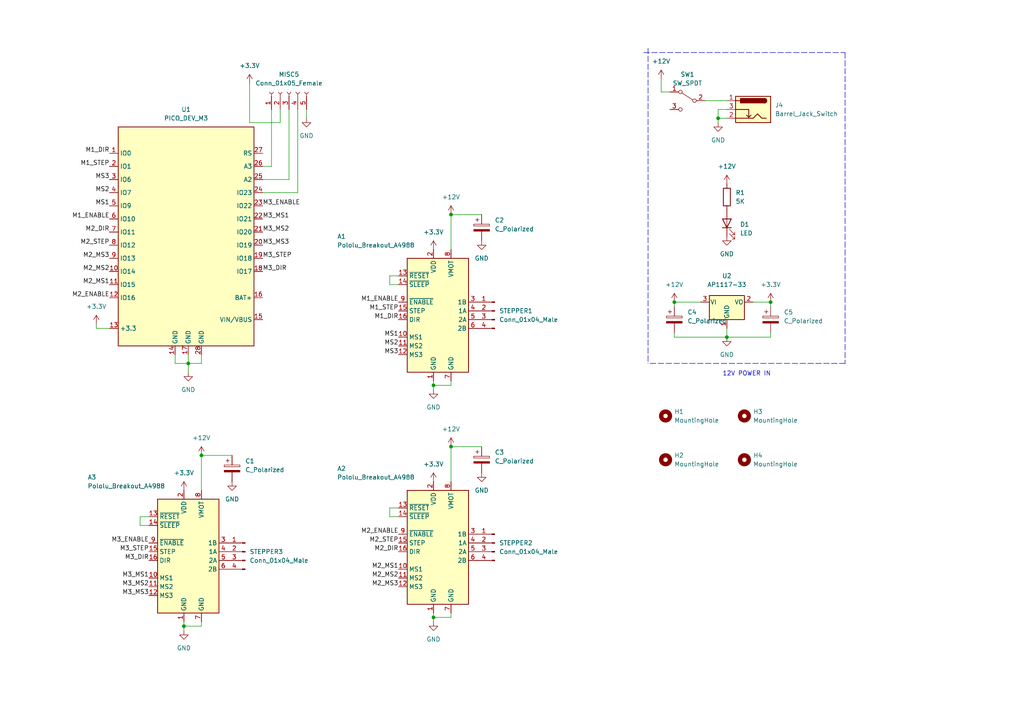
<source format=kicad_sch>
(kicad_sch (version 20211123) (generator eeschema)

  (uuid bf3fee94-f959-4c91-a6e2-938b417bdd86)

  (paper "A4")

  (title_block
    (title "PIO STEPPER CONTROLLER")
    (date "2023-01-23")
    (rev "0.1")
    (company "AHMSVILLE LABS")
  )

  (lib_symbols
    (symbol "Connector:Barrel_Jack_Switch" (pin_names hide) (in_bom yes) (on_board yes)
      (property "Reference" "J" (id 0) (at 0 5.334 0)
        (effects (font (size 1.27 1.27)))
      )
      (property "Value" "Barrel_Jack_Switch" (id 1) (at 0 -5.08 0)
        (effects (font (size 1.27 1.27)))
      )
      (property "Footprint" "" (id 2) (at 1.27 -1.016 0)
        (effects (font (size 1.27 1.27)) hide)
      )
      (property "Datasheet" "~" (id 3) (at 1.27 -1.016 0)
        (effects (font (size 1.27 1.27)) hide)
      )
      (property "ki_keywords" "DC power barrel jack connector" (id 4) (at 0 0 0)
        (effects (font (size 1.27 1.27)) hide)
      )
      (property "ki_description" "DC Barrel Jack with an internal switch" (id 5) (at 0 0 0)
        (effects (font (size 1.27 1.27)) hide)
      )
      (property "ki_fp_filters" "BarrelJack*" (id 6) (at 0 0 0)
        (effects (font (size 1.27 1.27)) hide)
      )
      (symbol "Barrel_Jack_Switch_0_1"
        (rectangle (start -5.08 3.81) (end 5.08 -3.81)
          (stroke (width 0.254) (type default) (color 0 0 0 0))
          (fill (type background))
        )
        (arc (start -3.302 3.175) (mid -3.937 2.54) (end -3.302 1.905)
          (stroke (width 0.254) (type default) (color 0 0 0 0))
          (fill (type none))
        )
        (arc (start -3.302 3.175) (mid -3.937 2.54) (end -3.302 1.905)
          (stroke (width 0.254) (type default) (color 0 0 0 0))
          (fill (type outline))
        )
        (polyline
          (pts
            (xy 1.27 -2.286)
            (xy 1.905 -1.651)
          )
          (stroke (width 0.254) (type default) (color 0 0 0 0))
          (fill (type none))
        )
        (polyline
          (pts
            (xy 5.08 2.54)
            (xy 3.81 2.54)
          )
          (stroke (width 0.254) (type default) (color 0 0 0 0))
          (fill (type none))
        )
        (polyline
          (pts
            (xy 5.08 0)
            (xy 1.27 0)
            (xy 1.27 -2.286)
            (xy 0.635 -1.651)
          )
          (stroke (width 0.254) (type default) (color 0 0 0 0))
          (fill (type none))
        )
        (polyline
          (pts
            (xy -3.81 -2.54)
            (xy -2.54 -2.54)
            (xy -1.27 -1.27)
            (xy 0 -2.54)
            (xy 2.54 -2.54)
            (xy 5.08 -2.54)
          )
          (stroke (width 0.254) (type default) (color 0 0 0 0))
          (fill (type none))
        )
        (rectangle (start 3.683 3.175) (end -3.302 1.905)
          (stroke (width 0.254) (type default) (color 0 0 0 0))
          (fill (type outline))
        )
      )
      (symbol "Barrel_Jack_Switch_1_1"
        (pin passive line (at 7.62 2.54 180) (length 2.54)
          (name "~" (effects (font (size 1.27 1.27))))
          (number "1" (effects (font (size 1.27 1.27))))
        )
        (pin passive line (at 7.62 -2.54 180) (length 2.54)
          (name "~" (effects (font (size 1.27 1.27))))
          (number "2" (effects (font (size 1.27 1.27))))
        )
        (pin passive line (at 7.62 0 180) (length 2.54)
          (name "~" (effects (font (size 1.27 1.27))))
          (number "3" (effects (font (size 1.27 1.27))))
        )
      )
    )
    (symbol "Connector:Conn_01x04_Male" (pin_names (offset 1.016) hide) (in_bom yes) (on_board yes)
      (property "Reference" "J" (id 0) (at 0 5.08 0)
        (effects (font (size 1.27 1.27)))
      )
      (property "Value" "Conn_01x04_Male" (id 1) (at 0 -7.62 0)
        (effects (font (size 1.27 1.27)))
      )
      (property "Footprint" "" (id 2) (at 0 0 0)
        (effects (font (size 1.27 1.27)) hide)
      )
      (property "Datasheet" "~" (id 3) (at 0 0 0)
        (effects (font (size 1.27 1.27)) hide)
      )
      (property "ki_keywords" "connector" (id 4) (at 0 0 0)
        (effects (font (size 1.27 1.27)) hide)
      )
      (property "ki_description" "Generic connector, single row, 01x04, script generated (kicad-library-utils/schlib/autogen/connector/)" (id 5) (at 0 0 0)
        (effects (font (size 1.27 1.27)) hide)
      )
      (property "ki_fp_filters" "Connector*:*_1x??_*" (id 6) (at 0 0 0)
        (effects (font (size 1.27 1.27)) hide)
      )
      (symbol "Conn_01x04_Male_1_1"
        (polyline
          (pts
            (xy 1.27 -5.08)
            (xy 0.8636 -5.08)
          )
          (stroke (width 0.1524) (type default) (color 0 0 0 0))
          (fill (type none))
        )
        (polyline
          (pts
            (xy 1.27 -2.54)
            (xy 0.8636 -2.54)
          )
          (stroke (width 0.1524) (type default) (color 0 0 0 0))
          (fill (type none))
        )
        (polyline
          (pts
            (xy 1.27 0)
            (xy 0.8636 0)
          )
          (stroke (width 0.1524) (type default) (color 0 0 0 0))
          (fill (type none))
        )
        (polyline
          (pts
            (xy 1.27 2.54)
            (xy 0.8636 2.54)
          )
          (stroke (width 0.1524) (type default) (color 0 0 0 0))
          (fill (type none))
        )
        (rectangle (start 0.8636 -4.953) (end 0 -5.207)
          (stroke (width 0.1524) (type default) (color 0 0 0 0))
          (fill (type outline))
        )
        (rectangle (start 0.8636 -2.413) (end 0 -2.667)
          (stroke (width 0.1524) (type default) (color 0 0 0 0))
          (fill (type outline))
        )
        (rectangle (start 0.8636 0.127) (end 0 -0.127)
          (stroke (width 0.1524) (type default) (color 0 0 0 0))
          (fill (type outline))
        )
        (rectangle (start 0.8636 2.667) (end 0 2.413)
          (stroke (width 0.1524) (type default) (color 0 0 0 0))
          (fill (type outline))
        )
        (pin passive line (at 5.08 2.54 180) (length 3.81)
          (name "Pin_1" (effects (font (size 1.27 1.27))))
          (number "1" (effects (font (size 1.27 1.27))))
        )
        (pin passive line (at 5.08 0 180) (length 3.81)
          (name "Pin_2" (effects (font (size 1.27 1.27))))
          (number "2" (effects (font (size 1.27 1.27))))
        )
        (pin passive line (at 5.08 -2.54 180) (length 3.81)
          (name "Pin_3" (effects (font (size 1.27 1.27))))
          (number "3" (effects (font (size 1.27 1.27))))
        )
        (pin passive line (at 5.08 -5.08 180) (length 3.81)
          (name "Pin_4" (effects (font (size 1.27 1.27))))
          (number "4" (effects (font (size 1.27 1.27))))
        )
      )
    )
    (symbol "Connector:Conn_01x05_Female" (pin_names (offset 1.016) hide) (in_bom yes) (on_board yes)
      (property "Reference" "J" (id 0) (at 0 7.62 0)
        (effects (font (size 1.27 1.27)))
      )
      (property "Value" "Conn_01x05_Female" (id 1) (at 0 -7.62 0)
        (effects (font (size 1.27 1.27)))
      )
      (property "Footprint" "" (id 2) (at 0 0 0)
        (effects (font (size 1.27 1.27)) hide)
      )
      (property "Datasheet" "~" (id 3) (at 0 0 0)
        (effects (font (size 1.27 1.27)) hide)
      )
      (property "ki_keywords" "connector" (id 4) (at 0 0 0)
        (effects (font (size 1.27 1.27)) hide)
      )
      (property "ki_description" "Generic connector, single row, 01x05, script generated (kicad-library-utils/schlib/autogen/connector/)" (id 5) (at 0 0 0)
        (effects (font (size 1.27 1.27)) hide)
      )
      (property "ki_fp_filters" "Connector*:*_1x??_*" (id 6) (at 0 0 0)
        (effects (font (size 1.27 1.27)) hide)
      )
      (symbol "Conn_01x05_Female_1_1"
        (arc (start 0 -4.572) (mid -0.508 -5.08) (end 0 -5.588)
          (stroke (width 0.1524) (type default) (color 0 0 0 0))
          (fill (type none))
        )
        (arc (start 0 -2.032) (mid -0.508 -2.54) (end 0 -3.048)
          (stroke (width 0.1524) (type default) (color 0 0 0 0))
          (fill (type none))
        )
        (polyline
          (pts
            (xy -1.27 -5.08)
            (xy -0.508 -5.08)
          )
          (stroke (width 0.1524) (type default) (color 0 0 0 0))
          (fill (type none))
        )
        (polyline
          (pts
            (xy -1.27 -2.54)
            (xy -0.508 -2.54)
          )
          (stroke (width 0.1524) (type default) (color 0 0 0 0))
          (fill (type none))
        )
        (polyline
          (pts
            (xy -1.27 0)
            (xy -0.508 0)
          )
          (stroke (width 0.1524) (type default) (color 0 0 0 0))
          (fill (type none))
        )
        (polyline
          (pts
            (xy -1.27 2.54)
            (xy -0.508 2.54)
          )
          (stroke (width 0.1524) (type default) (color 0 0 0 0))
          (fill (type none))
        )
        (polyline
          (pts
            (xy -1.27 5.08)
            (xy -0.508 5.08)
          )
          (stroke (width 0.1524) (type default) (color 0 0 0 0))
          (fill (type none))
        )
        (arc (start 0 0.508) (mid -0.508 0) (end 0 -0.508)
          (stroke (width 0.1524) (type default) (color 0 0 0 0))
          (fill (type none))
        )
        (arc (start 0 3.048) (mid -0.508 2.54) (end 0 2.032)
          (stroke (width 0.1524) (type default) (color 0 0 0 0))
          (fill (type none))
        )
        (arc (start 0 5.588) (mid -0.508 5.08) (end 0 4.572)
          (stroke (width 0.1524) (type default) (color 0 0 0 0))
          (fill (type none))
        )
        (pin passive line (at -5.08 5.08 0) (length 3.81)
          (name "Pin_1" (effects (font (size 1.27 1.27))))
          (number "1" (effects (font (size 1.27 1.27))))
        )
        (pin passive line (at -5.08 2.54 0) (length 3.81)
          (name "Pin_2" (effects (font (size 1.27 1.27))))
          (number "2" (effects (font (size 1.27 1.27))))
        )
        (pin passive line (at -5.08 0 0) (length 3.81)
          (name "Pin_3" (effects (font (size 1.27 1.27))))
          (number "3" (effects (font (size 1.27 1.27))))
        )
        (pin passive line (at -5.08 -2.54 0) (length 3.81)
          (name "Pin_4" (effects (font (size 1.27 1.27))))
          (number "4" (effects (font (size 1.27 1.27))))
        )
        (pin passive line (at -5.08 -5.08 0) (length 3.81)
          (name "Pin_5" (effects (font (size 1.27 1.27))))
          (number "5" (effects (font (size 1.27 1.27))))
        )
      )
    )
    (symbol "Device:C_Polarized" (pin_numbers hide) (pin_names (offset 0.254)) (in_bom yes) (on_board yes)
      (property "Reference" "C" (id 0) (at 0.635 2.54 0)
        (effects (font (size 1.27 1.27)) (justify left))
      )
      (property "Value" "C_Polarized" (id 1) (at 0.635 -2.54 0)
        (effects (font (size 1.27 1.27)) (justify left))
      )
      (property "Footprint" "" (id 2) (at 0.9652 -3.81 0)
        (effects (font (size 1.27 1.27)) hide)
      )
      (property "Datasheet" "~" (id 3) (at 0 0 0)
        (effects (font (size 1.27 1.27)) hide)
      )
      (property "ki_keywords" "cap capacitor" (id 4) (at 0 0 0)
        (effects (font (size 1.27 1.27)) hide)
      )
      (property "ki_description" "Polarized capacitor" (id 5) (at 0 0 0)
        (effects (font (size 1.27 1.27)) hide)
      )
      (property "ki_fp_filters" "CP_*" (id 6) (at 0 0 0)
        (effects (font (size 1.27 1.27)) hide)
      )
      (symbol "C_Polarized_0_1"
        (rectangle (start -2.286 0.508) (end 2.286 1.016)
          (stroke (width 0) (type default) (color 0 0 0 0))
          (fill (type none))
        )
        (polyline
          (pts
            (xy -1.778 2.286)
            (xy -0.762 2.286)
          )
          (stroke (width 0) (type default) (color 0 0 0 0))
          (fill (type none))
        )
        (polyline
          (pts
            (xy -1.27 2.794)
            (xy -1.27 1.778)
          )
          (stroke (width 0) (type default) (color 0 0 0 0))
          (fill (type none))
        )
        (rectangle (start 2.286 -0.508) (end -2.286 -1.016)
          (stroke (width 0) (type default) (color 0 0 0 0))
          (fill (type outline))
        )
      )
      (symbol "C_Polarized_1_1"
        (pin passive line (at 0 3.81 270) (length 2.794)
          (name "~" (effects (font (size 1.27 1.27))))
          (number "1" (effects (font (size 1.27 1.27))))
        )
        (pin passive line (at 0 -3.81 90) (length 2.794)
          (name "~" (effects (font (size 1.27 1.27))))
          (number "2" (effects (font (size 1.27 1.27))))
        )
      )
    )
    (symbol "Device:LED" (pin_numbers hide) (pin_names (offset 1.016) hide) (in_bom yes) (on_board yes)
      (property "Reference" "D" (id 0) (at 0 2.54 0)
        (effects (font (size 1.27 1.27)))
      )
      (property "Value" "LED" (id 1) (at 0 -2.54 0)
        (effects (font (size 1.27 1.27)))
      )
      (property "Footprint" "" (id 2) (at 0 0 0)
        (effects (font (size 1.27 1.27)) hide)
      )
      (property "Datasheet" "~" (id 3) (at 0 0 0)
        (effects (font (size 1.27 1.27)) hide)
      )
      (property "ki_keywords" "LED diode" (id 4) (at 0 0 0)
        (effects (font (size 1.27 1.27)) hide)
      )
      (property "ki_description" "Light emitting diode" (id 5) (at 0 0 0)
        (effects (font (size 1.27 1.27)) hide)
      )
      (property "ki_fp_filters" "LED* LED_SMD:* LED_THT:*" (id 6) (at 0 0 0)
        (effects (font (size 1.27 1.27)) hide)
      )
      (symbol "LED_0_1"
        (polyline
          (pts
            (xy -1.27 -1.27)
            (xy -1.27 1.27)
          )
          (stroke (width 0.254) (type default) (color 0 0 0 0))
          (fill (type none))
        )
        (polyline
          (pts
            (xy -1.27 0)
            (xy 1.27 0)
          )
          (stroke (width 0) (type default) (color 0 0 0 0))
          (fill (type none))
        )
        (polyline
          (pts
            (xy 1.27 -1.27)
            (xy 1.27 1.27)
            (xy -1.27 0)
            (xy 1.27 -1.27)
          )
          (stroke (width 0.254) (type default) (color 0 0 0 0))
          (fill (type none))
        )
        (polyline
          (pts
            (xy -3.048 -0.762)
            (xy -4.572 -2.286)
            (xy -3.81 -2.286)
            (xy -4.572 -2.286)
            (xy -4.572 -1.524)
          )
          (stroke (width 0) (type default) (color 0 0 0 0))
          (fill (type none))
        )
        (polyline
          (pts
            (xy -1.778 -0.762)
            (xy -3.302 -2.286)
            (xy -2.54 -2.286)
            (xy -3.302 -2.286)
            (xy -3.302 -1.524)
          )
          (stroke (width 0) (type default) (color 0 0 0 0))
          (fill (type none))
        )
      )
      (symbol "LED_1_1"
        (pin passive line (at -3.81 0 0) (length 2.54)
          (name "K" (effects (font (size 1.27 1.27))))
          (number "1" (effects (font (size 1.27 1.27))))
        )
        (pin passive line (at 3.81 0 180) (length 2.54)
          (name "A" (effects (font (size 1.27 1.27))))
          (number "2" (effects (font (size 1.27 1.27))))
        )
      )
    )
    (symbol "Device:R" (pin_numbers hide) (pin_names (offset 0)) (in_bom yes) (on_board yes)
      (property "Reference" "R" (id 0) (at 2.032 0 90)
        (effects (font (size 1.27 1.27)))
      )
      (property "Value" "R" (id 1) (at 0 0 90)
        (effects (font (size 1.27 1.27)))
      )
      (property "Footprint" "" (id 2) (at -1.778 0 90)
        (effects (font (size 1.27 1.27)) hide)
      )
      (property "Datasheet" "~" (id 3) (at 0 0 0)
        (effects (font (size 1.27 1.27)) hide)
      )
      (property "ki_keywords" "R res resistor" (id 4) (at 0 0 0)
        (effects (font (size 1.27 1.27)) hide)
      )
      (property "ki_description" "Resistor" (id 5) (at 0 0 0)
        (effects (font (size 1.27 1.27)) hide)
      )
      (property "ki_fp_filters" "R_*" (id 6) (at 0 0 0)
        (effects (font (size 1.27 1.27)) hide)
      )
      (symbol "R_0_1"
        (rectangle (start -1.016 -2.54) (end 1.016 2.54)
          (stroke (width 0.254) (type default) (color 0 0 0 0))
          (fill (type none))
        )
      )
      (symbol "R_1_1"
        (pin passive line (at 0 3.81 270) (length 1.27)
          (name "~" (effects (font (size 1.27 1.27))))
          (number "1" (effects (font (size 1.27 1.27))))
        )
        (pin passive line (at 0 -3.81 90) (length 1.27)
          (name "~" (effects (font (size 1.27 1.27))))
          (number "2" (effects (font (size 1.27 1.27))))
        )
      )
    )
    (symbol "Driver_Motor:Pololu_Breakout_A4988" (in_bom yes) (on_board yes)
      (property "Reference" "A" (id 0) (at -2.54 19.05 0)
        (effects (font (size 1.27 1.27)) (justify right))
      )
      (property "Value" "Pololu_Breakout_A4988" (id 1) (at -2.54 16.51 0)
        (effects (font (size 1.27 1.27)) (justify right))
      )
      (property "Footprint" "Module:Pololu_Breakout-16_15.2x20.3mm" (id 2) (at 6.985 -19.05 0)
        (effects (font (size 1.27 1.27)) (justify left) hide)
      )
      (property "Datasheet" "https://www.pololu.com/product/2980/pictures" (id 3) (at 2.54 -7.62 0)
        (effects (font (size 1.27 1.27)) hide)
      )
      (property "ki_keywords" "Pololu Breakout Board Stepper Driver A4988" (id 4) (at 0 0 0)
        (effects (font (size 1.27 1.27)) hide)
      )
      (property "ki_description" "Pololu Breakout Board, Stepper Driver A4988" (id 5) (at 0 0 0)
        (effects (font (size 1.27 1.27)) hide)
      )
      (property "ki_fp_filters" "Pololu*Breakout*15.2x20.3mm*" (id 6) (at 0 0 0)
        (effects (font (size 1.27 1.27)) hide)
      )
      (symbol "Pololu_Breakout_A4988_0_1"
        (rectangle (start 10.16 -17.78) (end -7.62 15.24)
          (stroke (width 0.254) (type default) (color 0 0 0 0))
          (fill (type background))
        )
      )
      (symbol "Pololu_Breakout_A4988_1_1"
        (pin power_in line (at 0 -20.32 90) (length 2.54)
          (name "GND" (effects (font (size 1.27 1.27))))
          (number "1" (effects (font (size 1.27 1.27))))
        )
        (pin input line (at -10.16 -7.62 0) (length 2.54)
          (name "MS1" (effects (font (size 1.27 1.27))))
          (number "10" (effects (font (size 1.27 1.27))))
        )
        (pin input line (at -10.16 -10.16 0) (length 2.54)
          (name "MS2" (effects (font (size 1.27 1.27))))
          (number "11" (effects (font (size 1.27 1.27))))
        )
        (pin input line (at -10.16 -12.7 0) (length 2.54)
          (name "MS3" (effects (font (size 1.27 1.27))))
          (number "12" (effects (font (size 1.27 1.27))))
        )
        (pin input line (at -10.16 10.16 0) (length 2.54)
          (name "~{RESET}" (effects (font (size 1.27 1.27))))
          (number "13" (effects (font (size 1.27 1.27))))
        )
        (pin input line (at -10.16 7.62 0) (length 2.54)
          (name "~{SLEEP}" (effects (font (size 1.27 1.27))))
          (number "14" (effects (font (size 1.27 1.27))))
        )
        (pin input line (at -10.16 0 0) (length 2.54)
          (name "STEP" (effects (font (size 1.27 1.27))))
          (number "15" (effects (font (size 1.27 1.27))))
        )
        (pin input line (at -10.16 -2.54 0) (length 2.54)
          (name "DIR" (effects (font (size 1.27 1.27))))
          (number "16" (effects (font (size 1.27 1.27))))
        )
        (pin power_in line (at 0 17.78 270) (length 2.54)
          (name "VDD" (effects (font (size 1.27 1.27))))
          (number "2" (effects (font (size 1.27 1.27))))
        )
        (pin output line (at 12.7 2.54 180) (length 2.54)
          (name "1B" (effects (font (size 1.27 1.27))))
          (number "3" (effects (font (size 1.27 1.27))))
        )
        (pin output line (at 12.7 0 180) (length 2.54)
          (name "1A" (effects (font (size 1.27 1.27))))
          (number "4" (effects (font (size 1.27 1.27))))
        )
        (pin output line (at 12.7 -2.54 180) (length 2.54)
          (name "2A" (effects (font (size 1.27 1.27))))
          (number "5" (effects (font (size 1.27 1.27))))
        )
        (pin output line (at 12.7 -5.08 180) (length 2.54)
          (name "2B" (effects (font (size 1.27 1.27))))
          (number "6" (effects (font (size 1.27 1.27))))
        )
        (pin power_in line (at 5.08 -20.32 90) (length 2.54)
          (name "GND" (effects (font (size 1.27 1.27))))
          (number "7" (effects (font (size 1.27 1.27))))
        )
        (pin power_in line (at 5.08 17.78 270) (length 2.54)
          (name "VMOT" (effects (font (size 1.27 1.27))))
          (number "8" (effects (font (size 1.27 1.27))))
        )
        (pin input line (at -10.16 2.54 0) (length 2.54)
          (name "~{ENABLE}" (effects (font (size 1.27 1.27))))
          (number "9" (effects (font (size 1.27 1.27))))
        )
      )
    )
    (symbol "MY CUSTOM LIBRARY:PICO_DEV_M3" (in_bom yes) (on_board yes)
      (property "Reference" "U" (id 0) (at 2.54 0 0)
        (effects (font (size 1.27 1.27)))
      )
      (property "Value" "PICO_DEV_M3" (id 1) (at 2.54 2.54 0)
        (effects (font (size 1.27 1.27)))
      )
      (property "Footprint" "" (id 2) (at 0 0 0)
        (effects (font (size 1.27 1.27)) hide)
      )
      (property "Datasheet" "" (id 3) (at 0 0 0)
        (effects (font (size 1.27 1.27)) hide)
      )
      (symbol "PICO_DEV_M3_0_1"
        (rectangle (start -17.78 40.64) (end 21.59 -22.86)
          (stroke (width 0.254) (type default) (color 0 0 0 0))
          (fill (type background))
        )
      )
      (symbol "PICO_DEV_M3_1_1"
        (pin bidirectional line (at -20.32 33.02 0) (length 2.54)
          (name "IO0" (effects (font (size 1.27 1.27))))
          (number "1" (effects (font (size 1.27 1.27))))
        )
        (pin bidirectional line (at -20.32 -1.27 0) (length 2.54)
          (name "IO14" (effects (font (size 1.27 1.27))))
          (number "10" (effects (font (size 1.27 1.27))))
        )
        (pin bidirectional line (at -20.32 -5.08 0) (length 2.54)
          (name "IO15" (effects (font (size 1.27 1.27))))
          (number "11" (effects (font (size 1.27 1.27))))
        )
        (pin bidirectional line (at -20.32 -8.89 0) (length 2.54)
          (name "IO16" (effects (font (size 1.27 1.27))))
          (number "12" (effects (font (size 1.27 1.27))))
        )
        (pin power_out line (at -20.32 -17.78 0) (length 2.54)
          (name "+3.3" (effects (font (size 1.27 1.27))))
          (number "13" (effects (font (size 1.27 1.27))))
        )
        (pin power_in line (at -1.27 -25.4 90) (length 2.54)
          (name "GND" (effects (font (size 1.27 1.27))))
          (number "14" (effects (font (size 1.27 1.27))))
        )
        (pin power_in line (at 24.13 -15.24 180) (length 2.54)
          (name "VIN/VBUS" (effects (font (size 1.27 1.27))))
          (number "15" (effects (font (size 1.27 1.27))))
        )
        (pin power_in line (at 24.13 -8.89 180) (length 2.54)
          (name "BAT+" (effects (font (size 1.27 1.27))))
          (number "16" (effects (font (size 1.27 1.27))))
        )
        (pin power_in line (at 2.54 -25.4 90) (length 2.54)
          (name "GND" (effects (font (size 1.27 1.27))))
          (number "17" (effects (font (size 1.27 1.27))))
        )
        (pin bidirectional line (at 24.13 -1.27 180) (length 2.54)
          (name "IO17" (effects (font (size 1.27 1.27))))
          (number "18" (effects (font (size 1.27 1.27))))
        )
        (pin bidirectional line (at 24.13 2.54 180) (length 2.54)
          (name "IO18" (effects (font (size 1.27 1.27))))
          (number "19" (effects (font (size 1.27 1.27))))
        )
        (pin bidirectional line (at -20.32 29.21 0) (length 2.54)
          (name "IO1" (effects (font (size 1.27 1.27))))
          (number "2" (effects (font (size 1.27 1.27))))
        )
        (pin bidirectional line (at 24.13 6.35 180) (length 2.54)
          (name "IO19" (effects (font (size 1.27 1.27))))
          (number "20" (effects (font (size 1.27 1.27))))
        )
        (pin bidirectional line (at 24.13 10.16 180) (length 2.54)
          (name "IO20" (effects (font (size 1.27 1.27))))
          (number "21" (effects (font (size 1.27 1.27))))
        )
        (pin bidirectional line (at 24.13 13.97 180) (length 2.54)
          (name "IO21" (effects (font (size 1.27 1.27))))
          (number "22" (effects (font (size 1.27 1.27))))
        )
        (pin bidirectional line (at 24.13 17.78 180) (length 2.54)
          (name "IO22" (effects (font (size 1.27 1.27))))
          (number "23" (effects (font (size 1.27 1.27))))
        )
        (pin bidirectional line (at 24.13 21.59 180) (length 2.54)
          (name "IO23" (effects (font (size 1.27 1.27))))
          (number "24" (effects (font (size 1.27 1.27))))
        )
        (pin input line (at 24.13 25.4 180) (length 2.54)
          (name "A2" (effects (font (size 1.27 1.27))))
          (number "25" (effects (font (size 1.27 1.27))))
        )
        (pin input line (at 24.13 29.21 180) (length 2.54)
          (name "A3" (effects (font (size 1.27 1.27))))
          (number "26" (effects (font (size 1.27 1.27))))
        )
        (pin input line (at 24.13 33.02 180) (length 2.54)
          (name "RS" (effects (font (size 1.27 1.27))))
          (number "27" (effects (font (size 1.27 1.27))))
        )
        (pin power_in line (at 6.35 -25.4 90) (length 2.54)
          (name "GND" (effects (font (size 1.27 1.27))))
          (number "28" (effects (font (size 1.27 1.27))))
        )
        (pin bidirectional line (at -20.32 25.4 0) (length 2.54)
          (name "IO6" (effects (font (size 1.27 1.27))))
          (number "3" (effects (font (size 1.27 1.27))))
        )
        (pin bidirectional line (at -20.32 21.59 0) (length 2.54)
          (name "IO7" (effects (font (size 1.27 1.27))))
          (number "4" (effects (font (size 1.27 1.27))))
        )
        (pin bidirectional line (at -20.32 17.78 0) (length 2.54)
          (name "IO9" (effects (font (size 1.27 1.27))))
          (number "5" (effects (font (size 1.27 1.27))))
        )
        (pin bidirectional line (at -20.32 13.97 0) (length 2.54)
          (name "IO10" (effects (font (size 1.27 1.27))))
          (number "6" (effects (font (size 1.27 1.27))))
        )
        (pin bidirectional line (at -20.32 10.16 0) (length 2.54)
          (name "IO11" (effects (font (size 1.27 1.27))))
          (number "7" (effects (font (size 1.27 1.27))))
        )
        (pin bidirectional line (at -20.32 6.35 0) (length 2.54)
          (name "IO12" (effects (font (size 1.27 1.27))))
          (number "8" (effects (font (size 1.27 1.27))))
        )
        (pin bidirectional line (at -20.32 2.54 0) (length 2.54)
          (name "IO13" (effects (font (size 1.27 1.27))))
          (number "9" (effects (font (size 1.27 1.27))))
        )
      )
    )
    (symbol "Mechanical:MountingHole" (pin_names (offset 1.016)) (in_bom yes) (on_board yes)
      (property "Reference" "H" (id 0) (at 0 5.08 0)
        (effects (font (size 1.27 1.27)))
      )
      (property "Value" "MountingHole" (id 1) (at 0 3.175 0)
        (effects (font (size 1.27 1.27)))
      )
      (property "Footprint" "" (id 2) (at 0 0 0)
        (effects (font (size 1.27 1.27)) hide)
      )
      (property "Datasheet" "~" (id 3) (at 0 0 0)
        (effects (font (size 1.27 1.27)) hide)
      )
      (property "ki_keywords" "mounting hole" (id 4) (at 0 0 0)
        (effects (font (size 1.27 1.27)) hide)
      )
      (property "ki_description" "Mounting Hole without connection" (id 5) (at 0 0 0)
        (effects (font (size 1.27 1.27)) hide)
      )
      (property "ki_fp_filters" "MountingHole*" (id 6) (at 0 0 0)
        (effects (font (size 1.27 1.27)) hide)
      )
      (symbol "MountingHole_0_1"
        (circle (center 0 0) (radius 1.27)
          (stroke (width 1.27) (type default) (color 0 0 0 0))
          (fill (type none))
        )
      )
    )
    (symbol "Regulator_Linear:AP1117-33" (pin_names (offset 0.254)) (in_bom yes) (on_board yes)
      (property "Reference" "U" (id 0) (at -3.81 3.175 0)
        (effects (font (size 1.27 1.27)))
      )
      (property "Value" "AP1117-33" (id 1) (at 0 3.175 0)
        (effects (font (size 1.27 1.27)) (justify left))
      )
      (property "Footprint" "Package_TO_SOT_SMD:SOT-223-3_TabPin2" (id 2) (at 0 5.08 0)
        (effects (font (size 1.27 1.27)) hide)
      )
      (property "Datasheet" "http://www.diodes.com/datasheets/AP1117.pdf" (id 3) (at 2.54 -6.35 0)
        (effects (font (size 1.27 1.27)) hide)
      )
      (property "ki_keywords" "linear regulator ldo fixed positive obsolete" (id 4) (at 0 0 0)
        (effects (font (size 1.27 1.27)) hide)
      )
      (property "ki_description" "1A Low Dropout regulator, positive, 3.3V fixed output, SOT-223" (id 5) (at 0 0 0)
        (effects (font (size 1.27 1.27)) hide)
      )
      (property "ki_fp_filters" "SOT?223*TabPin2*" (id 6) (at 0 0 0)
        (effects (font (size 1.27 1.27)) hide)
      )
      (symbol "AP1117-33_0_1"
        (rectangle (start -5.08 -5.08) (end 5.08 1.905)
          (stroke (width 0.254) (type default) (color 0 0 0 0))
          (fill (type background))
        )
      )
      (symbol "AP1117-33_1_1"
        (pin power_in line (at 0 -7.62 90) (length 2.54)
          (name "GND" (effects (font (size 1.27 1.27))))
          (number "1" (effects (font (size 1.27 1.27))))
        )
        (pin power_out line (at 7.62 0 180) (length 2.54)
          (name "VO" (effects (font (size 1.27 1.27))))
          (number "2" (effects (font (size 1.27 1.27))))
        )
        (pin power_in line (at -7.62 0 0) (length 2.54)
          (name "VI" (effects (font (size 1.27 1.27))))
          (number "3" (effects (font (size 1.27 1.27))))
        )
      )
    )
    (symbol "Switch:SW_SPDT" (pin_names (offset 0) hide) (in_bom yes) (on_board yes)
      (property "Reference" "SW" (id 0) (at 0 4.318 0)
        (effects (font (size 1.27 1.27)))
      )
      (property "Value" "SW_SPDT" (id 1) (at 0 -5.08 0)
        (effects (font (size 1.27 1.27)))
      )
      (property "Footprint" "" (id 2) (at 0 0 0)
        (effects (font (size 1.27 1.27)) hide)
      )
      (property "Datasheet" "~" (id 3) (at 0 0 0)
        (effects (font (size 1.27 1.27)) hide)
      )
      (property "ki_keywords" "switch single-pole double-throw spdt ON-ON" (id 4) (at 0 0 0)
        (effects (font (size 1.27 1.27)) hide)
      )
      (property "ki_description" "Switch, single pole double throw" (id 5) (at 0 0 0)
        (effects (font (size 1.27 1.27)) hide)
      )
      (symbol "SW_SPDT_0_0"
        (circle (center -2.032 0) (radius 0.508)
          (stroke (width 0) (type default) (color 0 0 0 0))
          (fill (type none))
        )
        (circle (center 2.032 -2.54) (radius 0.508)
          (stroke (width 0) (type default) (color 0 0 0 0))
          (fill (type none))
        )
      )
      (symbol "SW_SPDT_0_1"
        (polyline
          (pts
            (xy -1.524 0.254)
            (xy 1.651 2.286)
          )
          (stroke (width 0) (type default) (color 0 0 0 0))
          (fill (type none))
        )
        (circle (center 2.032 2.54) (radius 0.508)
          (stroke (width 0) (type default) (color 0 0 0 0))
          (fill (type none))
        )
      )
      (symbol "SW_SPDT_1_1"
        (pin passive line (at 5.08 2.54 180) (length 2.54)
          (name "A" (effects (font (size 1.27 1.27))))
          (number "1" (effects (font (size 1.27 1.27))))
        )
        (pin passive line (at -5.08 0 0) (length 2.54)
          (name "B" (effects (font (size 1.27 1.27))))
          (number "2" (effects (font (size 1.27 1.27))))
        )
        (pin passive line (at 5.08 -2.54 180) (length 2.54)
          (name "C" (effects (font (size 1.27 1.27))))
          (number "3" (effects (font (size 1.27 1.27))))
        )
      )
    )
    (symbol "power:+12V" (power) (pin_names (offset 0)) (in_bom yes) (on_board yes)
      (property "Reference" "#PWR" (id 0) (at 0 -3.81 0)
        (effects (font (size 1.27 1.27)) hide)
      )
      (property "Value" "+12V" (id 1) (at 0 3.556 0)
        (effects (font (size 1.27 1.27)))
      )
      (property "Footprint" "" (id 2) (at 0 0 0)
        (effects (font (size 1.27 1.27)) hide)
      )
      (property "Datasheet" "" (id 3) (at 0 0 0)
        (effects (font (size 1.27 1.27)) hide)
      )
      (property "ki_keywords" "power-flag" (id 4) (at 0 0 0)
        (effects (font (size 1.27 1.27)) hide)
      )
      (property "ki_description" "Power symbol creates a global label with name \"+12V\"" (id 5) (at 0 0 0)
        (effects (font (size 1.27 1.27)) hide)
      )
      (symbol "+12V_0_1"
        (polyline
          (pts
            (xy -0.762 1.27)
            (xy 0 2.54)
          )
          (stroke (width 0) (type default) (color 0 0 0 0))
          (fill (type none))
        )
        (polyline
          (pts
            (xy 0 0)
            (xy 0 2.54)
          )
          (stroke (width 0) (type default) (color 0 0 0 0))
          (fill (type none))
        )
        (polyline
          (pts
            (xy 0 2.54)
            (xy 0.762 1.27)
          )
          (stroke (width 0) (type default) (color 0 0 0 0))
          (fill (type none))
        )
      )
      (symbol "+12V_1_1"
        (pin power_in line (at 0 0 90) (length 0) hide
          (name "+12V" (effects (font (size 1.27 1.27))))
          (number "1" (effects (font (size 1.27 1.27))))
        )
      )
    )
    (symbol "power:+3.3V" (power) (pin_names (offset 0)) (in_bom yes) (on_board yes)
      (property "Reference" "#PWR" (id 0) (at 0 -3.81 0)
        (effects (font (size 1.27 1.27)) hide)
      )
      (property "Value" "+3.3V" (id 1) (at 0 3.556 0)
        (effects (font (size 1.27 1.27)))
      )
      (property "Footprint" "" (id 2) (at 0 0 0)
        (effects (font (size 1.27 1.27)) hide)
      )
      (property "Datasheet" "" (id 3) (at 0 0 0)
        (effects (font (size 1.27 1.27)) hide)
      )
      (property "ki_keywords" "power-flag" (id 4) (at 0 0 0)
        (effects (font (size 1.27 1.27)) hide)
      )
      (property "ki_description" "Power symbol creates a global label with name \"+3.3V\"" (id 5) (at 0 0 0)
        (effects (font (size 1.27 1.27)) hide)
      )
      (symbol "+3.3V_0_1"
        (polyline
          (pts
            (xy -0.762 1.27)
            (xy 0 2.54)
          )
          (stroke (width 0) (type default) (color 0 0 0 0))
          (fill (type none))
        )
        (polyline
          (pts
            (xy 0 0)
            (xy 0 2.54)
          )
          (stroke (width 0) (type default) (color 0 0 0 0))
          (fill (type none))
        )
        (polyline
          (pts
            (xy 0 2.54)
            (xy 0.762 1.27)
          )
          (stroke (width 0) (type default) (color 0 0 0 0))
          (fill (type none))
        )
      )
      (symbol "+3.3V_1_1"
        (pin power_in line (at 0 0 90) (length 0) hide
          (name "+3.3V" (effects (font (size 1.27 1.27))))
          (number "1" (effects (font (size 1.27 1.27))))
        )
      )
    )
    (symbol "power:GND" (power) (pin_names (offset 0)) (in_bom yes) (on_board yes)
      (property "Reference" "#PWR" (id 0) (at 0 -6.35 0)
        (effects (font (size 1.27 1.27)) hide)
      )
      (property "Value" "GND" (id 1) (at 0 -3.81 0)
        (effects (font (size 1.27 1.27)))
      )
      (property "Footprint" "" (id 2) (at 0 0 0)
        (effects (font (size 1.27 1.27)) hide)
      )
      (property "Datasheet" "" (id 3) (at 0 0 0)
        (effects (font (size 1.27 1.27)) hide)
      )
      (property "ki_keywords" "power-flag" (id 4) (at 0 0 0)
        (effects (font (size 1.27 1.27)) hide)
      )
      (property "ki_description" "Power symbol creates a global label with name \"GND\" , ground" (id 5) (at 0 0 0)
        (effects (font (size 1.27 1.27)) hide)
      )
      (symbol "GND_0_1"
        (polyline
          (pts
            (xy 0 0)
            (xy 0 -1.27)
            (xy 1.27 -1.27)
            (xy 0 -2.54)
            (xy -1.27 -1.27)
            (xy 0 -1.27)
          )
          (stroke (width 0) (type default) (color 0 0 0 0))
          (fill (type none))
        )
      )
      (symbol "GND_1_1"
        (pin power_in line (at 0 0 270) (length 0) hide
          (name "GND" (effects (font (size 1.27 1.27))))
          (number "1" (effects (font (size 1.27 1.27))))
        )
      )
    )
  )

  (junction (at 130.81 129.54) (diameter 0) (color 0 0 0 0)
    (uuid 0d11fbfe-a050-4bab-b105-e743857074b3)
  )
  (junction (at 58.42 132.08) (diameter 0) (color 0 0 0 0)
    (uuid 6b0ec2b1-8e56-4221-8fec-84e78b8d914b)
  )
  (junction (at 54.61 105.41) (diameter 0) (color 0 0 0 0)
    (uuid 93dd962f-01bf-4a13-9e7a-9662fb825ea7)
  )
  (junction (at 130.81 62.23) (diameter 0) (color 0 0 0 0)
    (uuid 97b13253-789d-4309-abea-a89134ce0ea2)
  )
  (junction (at 210.82 97.79) (diameter 0) (color 0 0 0 0)
    (uuid a8245d30-3242-4d5e-b06e-c94d258b22d4)
  )
  (junction (at 208.28 34.29) (diameter 0) (color 0 0 0 0)
    (uuid bba9ff80-7e6f-4a62-8c24-ec84cf8f4a73)
  )
  (junction (at 125.73 179.07) (diameter 0) (color 0 0 0 0)
    (uuid ce682304-d8ce-4430-b4a6-466041744219)
  )
  (junction (at 223.52 87.63) (diameter 0) (color 0 0 0 0)
    (uuid d201b89c-cbf8-468a-8d85-38977498da01)
  )
  (junction (at 53.34 181.61) (diameter 0) (color 0 0 0 0)
    (uuid d2ea6f17-ebcc-4ac9-a6e5-3bc4ddbdab9b)
  )
  (junction (at 195.58 87.63) (diameter 0) (color 0 0 0 0)
    (uuid d95f76da-e88b-4050-90f5-56bd047ce18e)
  )
  (junction (at 125.73 111.76) (diameter 0) (color 0 0 0 0)
    (uuid eaca16e5-bd36-48c3-a1e5-d380343ac06f)
  )

  (wire (pts (xy 195.58 97.79) (xy 210.82 97.79))
    (stroke (width 0) (type default) (color 0 0 0 0))
    (uuid 0ca1c86e-5e7e-489a-95c9-6934018581c1)
  )
  (wire (pts (xy 27.94 93.98) (xy 27.94 95.25))
    (stroke (width 0) (type default) (color 0 0 0 0))
    (uuid 0de27bae-e1db-4b42-947a-cef96311732e)
  )
  (wire (pts (xy 58.42 180.34) (xy 58.42 181.61))
    (stroke (width 0) (type default) (color 0 0 0 0))
    (uuid 103c4679-331b-467c-bb83-8cbeb1f4a610)
  )
  (wire (pts (xy 223.52 87.63) (xy 223.52 88.9))
    (stroke (width 0) (type default) (color 0 0 0 0))
    (uuid 11cba03f-18f2-4c5d-a753-846a29ae3c37)
  )
  (wire (pts (xy 53.34 180.34) (xy 53.34 181.61))
    (stroke (width 0) (type default) (color 0 0 0 0))
    (uuid 13d7afb3-b83d-4198-96a5-95b987e08757)
  )
  (wire (pts (xy 76.2 52.07) (xy 83.82 52.07))
    (stroke (width 0) (type default) (color 0 0 0 0))
    (uuid 17efa23d-cfbe-4835-b206-9ca26f463b21)
  )
  (wire (pts (xy 58.42 132.08) (xy 58.42 142.24))
    (stroke (width 0) (type default) (color 0 0 0 0))
    (uuid 18267bb7-4433-4f4a-a760-086410db8372)
  )
  (wire (pts (xy 223.52 97.79) (xy 210.82 97.79))
    (stroke (width 0) (type default) (color 0 0 0 0))
    (uuid 20cf8830-e5ce-4071-8ea8-5a180f1ec814)
  )
  (wire (pts (xy 130.81 177.8) (xy 130.81 179.07))
    (stroke (width 0) (type default) (color 0 0 0 0))
    (uuid 25cc2047-7114-4cbc-9be6-b42c489b7d0d)
  )
  (wire (pts (xy 208.28 31.75) (xy 208.28 34.29))
    (stroke (width 0) (type default) (color 0 0 0 0))
    (uuid 27ae3b80-6829-4377-9cd2-9d6de1be7ec0)
  )
  (wire (pts (xy 50.8 102.87) (xy 50.8 105.41))
    (stroke (width 0) (type default) (color 0 0 0 0))
    (uuid 2bd7db10-2789-4789-b2a9-77ef644943e1)
  )
  (wire (pts (xy 139.7 62.23) (xy 130.81 62.23))
    (stroke (width 0) (type default) (color 0 0 0 0))
    (uuid 3d23bb47-70d4-4e08-95f0-d7634bca9693)
  )
  (polyline (pts (xy 187.96 13.97) (xy 187.96 105.41))
    (stroke (width 0) (type default) (color 0 0 0 0))
    (uuid 3d915366-4167-47db-b08d-ec5dada13f9a)
  )

  (wire (pts (xy 223.52 96.52) (xy 223.52 97.79))
    (stroke (width 0) (type default) (color 0 0 0 0))
    (uuid 433d0923-5b7f-48e6-83a5-c16cb80cbfed)
  )
  (wire (pts (xy 125.73 177.8) (xy 125.73 179.07))
    (stroke (width 0) (type default) (color 0 0 0 0))
    (uuid 45132b76-479f-4991-8673-6b93f95d459f)
  )
  (wire (pts (xy 58.42 181.61) (xy 53.34 181.61))
    (stroke (width 0) (type default) (color 0 0 0 0))
    (uuid 47ce5fdd-7a80-4b7d-8262-608c294a1f7f)
  )
  (wire (pts (xy 195.58 87.63) (xy 195.58 88.9))
    (stroke (width 0) (type default) (color 0 0 0 0))
    (uuid 48d8d277-406d-4173-b39c-0bba93ca4042)
  )
  (wire (pts (xy 50.8 105.41) (xy 54.61 105.41))
    (stroke (width 0) (type default) (color 0 0 0 0))
    (uuid 4e35d257-02a9-455e-870a-e2ef77a95d20)
  )
  (wire (pts (xy 113.03 147.32) (xy 113.03 149.86))
    (stroke (width 0) (type default) (color 0 0 0 0))
    (uuid 544a9ccb-c01c-468b-aabe-54c4e4e9dd73)
  )
  (wire (pts (xy 58.42 105.41) (xy 54.61 105.41))
    (stroke (width 0) (type default) (color 0 0 0 0))
    (uuid 54c6535e-5c05-4712-a777-ee125ad05d73)
  )
  (wire (pts (xy 78.74 31.75) (xy 78.74 48.26))
    (stroke (width 0) (type default) (color 0 0 0 0))
    (uuid 5659f8ad-11c6-44c7-a0d4-8013ce37e5ee)
  )
  (wire (pts (xy 130.81 110.49) (xy 130.81 111.76))
    (stroke (width 0) (type default) (color 0 0 0 0))
    (uuid 58ea89fd-8dfc-4bff-a296-bde40bab4fa2)
  )
  (wire (pts (xy 210.82 31.75) (xy 208.28 31.75))
    (stroke (width 0) (type default) (color 0 0 0 0))
    (uuid 59b24688-2ed2-4ae9-a18c-b1f3295ba6ec)
  )
  (wire (pts (xy 210.82 97.79) (xy 210.82 95.25))
    (stroke (width 0) (type default) (color 0 0 0 0))
    (uuid 636c1b5d-e66e-406c-8e1c-239ffae84571)
  )
  (wire (pts (xy 43.18 149.86) (xy 40.64 149.86))
    (stroke (width 0) (type default) (color 0 0 0 0))
    (uuid 63f74465-6bdd-4cfe-b870-468650f284e4)
  )
  (wire (pts (xy 125.73 179.07) (xy 125.73 180.34))
    (stroke (width 0) (type default) (color 0 0 0 0))
    (uuid 66ae3af5-0253-4405-9b60-45b70c75be93)
  )
  (wire (pts (xy 191.77 26.67) (xy 194.31 26.67))
    (stroke (width 0) (type default) (color 0 0 0 0))
    (uuid 6b3c11ad-dc0b-415a-9188-f7b6c572a80a)
  )
  (wire (pts (xy 191.77 22.86) (xy 191.77 26.67))
    (stroke (width 0) (type default) (color 0 0 0 0))
    (uuid 6b9f2fa7-d1d1-4be2-b526-e2605f34c955)
  )
  (wire (pts (xy 67.31 132.08) (xy 58.42 132.08))
    (stroke (width 0) (type default) (color 0 0 0 0))
    (uuid 7881d165-4457-4f4f-8055-3925ef0feb0c)
  )
  (wire (pts (xy 40.64 152.4) (xy 43.18 152.4))
    (stroke (width 0) (type default) (color 0 0 0 0))
    (uuid 796321a3-e5ae-4172-866c-dc5061b6cf0a)
  )
  (wire (pts (xy 86.36 31.75) (xy 86.36 55.88))
    (stroke (width 0) (type default) (color 0 0 0 0))
    (uuid 7f884e60-4893-4b23-94a0-24afdcc2ca2f)
  )
  (wire (pts (xy 53.34 181.61) (xy 53.34 182.88))
    (stroke (width 0) (type default) (color 0 0 0 0))
    (uuid 8471e631-2d68-439b-953c-cc8676a6028f)
  )
  (wire (pts (xy 78.74 48.26) (xy 76.2 48.26))
    (stroke (width 0) (type default) (color 0 0 0 0))
    (uuid 90b1f3e6-e1a3-4351-a2c4-0bf9fbc67aad)
  )
  (wire (pts (xy 83.82 52.07) (xy 83.82 31.75))
    (stroke (width 0) (type default) (color 0 0 0 0))
    (uuid 92a74c9c-8827-47fc-b1ff-0509cbd19c35)
  )
  (wire (pts (xy 40.64 149.86) (xy 40.64 152.4))
    (stroke (width 0) (type default) (color 0 0 0 0))
    (uuid 969c2178-186d-4ae2-a52e-3d8f005ad3ec)
  )
  (wire (pts (xy 218.44 87.63) (xy 223.52 87.63))
    (stroke (width 0) (type default) (color 0 0 0 0))
    (uuid 99e741a1-dbd9-4b30-aa0d-6daedc36d11a)
  )
  (wire (pts (xy 72.39 24.13) (xy 72.39 35.56))
    (stroke (width 0) (type default) (color 0 0 0 0))
    (uuid 9f34e2cd-1ebd-4d75-88e9-b06eea22c9ed)
  )
  (wire (pts (xy 86.36 55.88) (xy 76.2 55.88))
    (stroke (width 0) (type default) (color 0 0 0 0))
    (uuid a14af4fc-7594-4e52-b862-b6cfb9176089)
  )
  (wire (pts (xy 72.39 35.56) (xy 81.28 35.56))
    (stroke (width 0) (type default) (color 0 0 0 0))
    (uuid a2638f84-f038-4ff4-8298-bd5be53bf295)
  )
  (wire (pts (xy 113.03 149.86) (xy 115.57 149.86))
    (stroke (width 0) (type default) (color 0 0 0 0))
    (uuid a2a1d749-c778-49a4-bc21-7ee88fdfae91)
  )
  (wire (pts (xy 54.61 102.87) (xy 54.61 105.41))
    (stroke (width 0) (type default) (color 0 0 0 0))
    (uuid a394e7d4-e5e1-45a6-9d2a-89d302cf6043)
  )
  (wire (pts (xy 130.81 111.76) (xy 125.73 111.76))
    (stroke (width 0) (type default) (color 0 0 0 0))
    (uuid a79340ed-27b8-42a9-819b-32710cd65355)
  )
  (wire (pts (xy 130.81 129.54) (xy 130.81 139.7))
    (stroke (width 0) (type default) (color 0 0 0 0))
    (uuid a7cef4f9-f1cd-48df-a1d1-dda68e6a3191)
  )
  (wire (pts (xy 54.61 105.41) (xy 54.61 107.95))
    (stroke (width 0) (type default) (color 0 0 0 0))
    (uuid a9562d17-cb24-4116-9311-314b5a7bd35d)
  )
  (polyline (pts (xy 245.11 15.24) (xy 245.11 105.41))
    (stroke (width 0) (type default) (color 0 0 0 0))
    (uuid b208f99a-3fc3-4909-8d6c-ea3960998495)
  )

  (wire (pts (xy 115.57 147.32) (xy 113.03 147.32))
    (stroke (width 0) (type default) (color 0 0 0 0))
    (uuid b6802511-5829-414c-b06f-968ed300bcb5)
  )
  (wire (pts (xy 113.03 82.55) (xy 115.57 82.55))
    (stroke (width 0) (type default) (color 0 0 0 0))
    (uuid b85b4285-f3d9-48d8-aa12-7a8a0df2847e)
  )
  (wire (pts (xy 130.81 179.07) (xy 125.73 179.07))
    (stroke (width 0) (type default) (color 0 0 0 0))
    (uuid bc99452c-5aaf-43ca-bf3a-fb469350c2c5)
  )
  (wire (pts (xy 204.47 29.21) (xy 210.82 29.21))
    (stroke (width 0) (type default) (color 0 0 0 0))
    (uuid c22238fb-4d6e-4332-979b-c8e44452b82a)
  )
  (wire (pts (xy 195.58 96.52) (xy 195.58 97.79))
    (stroke (width 0) (type default) (color 0 0 0 0))
    (uuid c2e49ce8-a447-45da-b5c1-96d6da96d77f)
  )
  (wire (pts (xy 125.73 111.76) (xy 125.73 113.03))
    (stroke (width 0) (type default) (color 0 0 0 0))
    (uuid c520cab6-72e9-489a-8577-769a66dcc954)
  )
  (wire (pts (xy 139.7 129.54) (xy 130.81 129.54))
    (stroke (width 0) (type default) (color 0 0 0 0))
    (uuid cd2030c1-6ce8-4897-863e-eaeb334025de)
  )
  (wire (pts (xy 208.28 34.29) (xy 208.28 35.56))
    (stroke (width 0) (type default) (color 0 0 0 0))
    (uuid cd784d7a-595c-468a-b5c8-310426bcbf1d)
  )
  (polyline (pts (xy 245.11 105.41) (xy 187.96 105.41))
    (stroke (width 0) (type default) (color 0 0 0 0))
    (uuid cdc1df87-47f3-433f-a8b2-61e0e8841db8)
  )

  (wire (pts (xy 115.57 80.01) (xy 113.03 80.01))
    (stroke (width 0) (type default) (color 0 0 0 0))
    (uuid d18c0360-5267-4630-ad21-beaca207e092)
  )
  (wire (pts (xy 27.94 95.25) (xy 31.75 95.25))
    (stroke (width 0) (type default) (color 0 0 0 0))
    (uuid db789059-1049-43b3-b329-c8108b3b58c5)
  )
  (polyline (pts (xy 186.69 15.24) (xy 245.11 15.24))
    (stroke (width 0) (type default) (color 0 0 0 0))
    (uuid dba8aeb1-e122-4dbe-80ab-9b7294d24067)
  )

  (wire (pts (xy 125.73 110.49) (xy 125.73 111.76))
    (stroke (width 0) (type default) (color 0 0 0 0))
    (uuid e03d1d66-2199-4233-a80f-f992efa37439)
  )
  (wire (pts (xy 203.2 87.63) (xy 195.58 87.63))
    (stroke (width 0) (type default) (color 0 0 0 0))
    (uuid e3b26d98-c489-4b90-9496-7efa3276e7be)
  )
  (wire (pts (xy 130.81 62.23) (xy 130.81 72.39))
    (stroke (width 0) (type default) (color 0 0 0 0))
    (uuid e7751006-e33d-4aa9-b0c4-1af84fcdc526)
  )
  (wire (pts (xy 208.28 34.29) (xy 210.82 34.29))
    (stroke (width 0) (type default) (color 0 0 0 0))
    (uuid ec3876ba-052d-4332-a60e-7f95997bdbfd)
  )
  (wire (pts (xy 88.9 31.75) (xy 88.9 34.29))
    (stroke (width 0) (type default) (color 0 0 0 0))
    (uuid f4272a34-ca9c-4ea0-a765-01dc67ce127b)
  )
  (wire (pts (xy 113.03 80.01) (xy 113.03 82.55))
    (stroke (width 0) (type default) (color 0 0 0 0))
    (uuid f4ae0a02-db1c-408e-8c85-a4d4da49f5de)
  )
  (wire (pts (xy 81.28 35.56) (xy 81.28 31.75))
    (stroke (width 0) (type default) (color 0 0 0 0))
    (uuid f4b7e6d7-307e-4b27-83eb-c993dfd3a556)
  )
  (wire (pts (xy 58.42 102.87) (xy 58.42 105.41))
    (stroke (width 0) (type default) (color 0 0 0 0))
    (uuid f589825e-4054-4433-b02a-afdd91656dc8)
  )

  (text "12V POWER IN" (at 209.55 109.22 0)
    (effects (font (size 1.27 1.27)) (justify left bottom))
    (uuid 0bbf3695-7209-494e-9e40-e88cac2f7dc2)
  )

  (label "M1_STEP" (at 31.75 48.26 180)
    (effects (font (size 1.27 1.27)) (justify right bottom))
    (uuid 01f2c9cb-5b84-4c9e-bdaa-f49f69f44d3e)
  )
  (label "M3_DIR" (at 43.18 162.56 180)
    (effects (font (size 1.27 1.27)) (justify right bottom))
    (uuid 11f18401-2dfb-444f-841a-9e2ffef55a7e)
  )
  (label "M2_MS3" (at 31.75 74.93 180)
    (effects (font (size 1.27 1.27)) (justify right bottom))
    (uuid 18b665ba-a698-415f-8b15-e155e0e34b4e)
  )
  (label "M3_MS2" (at 43.18 170.18 180)
    (effects (font (size 1.27 1.27)) (justify right bottom))
    (uuid 2001b05e-3b81-4ffc-9dd9-fcbda0286ed4)
  )
  (label "M2_MS2" (at 115.57 167.64 180)
    (effects (font (size 1.27 1.27)) (justify right bottom))
    (uuid 22df02d8-7975-4de8-a406-ec935495ca57)
  )
  (label "M2_DIR" (at 115.57 160.02 180)
    (effects (font (size 1.27 1.27)) (justify right bottom))
    (uuid 34a01729-ece9-4f2f-8739-0854da39bff0)
  )
  (label "M3_MS1" (at 43.18 167.64 180)
    (effects (font (size 1.27 1.27)) (justify right bottom))
    (uuid 494cef87-9988-4781-a4da-16e751a9ac95)
  )
  (label "M3_MS2" (at 76.2 67.31 0)
    (effects (font (size 1.27 1.27)) (justify left bottom))
    (uuid 52111e47-4603-4df8-b730-6119743b2361)
  )
  (label "M1_STEP" (at 115.57 90.17 180)
    (effects (font (size 1.27 1.27)) (justify right bottom))
    (uuid 5839dca8-81ed-4c06-ba06-34c90676b62b)
  )
  (label "M2_ENABLE" (at 31.75 86.36 180)
    (effects (font (size 1.27 1.27)) (justify right bottom))
    (uuid 6981c011-bb04-4a15-9dd6-e6401ffacf3d)
  )
  (label "M3_STEP" (at 76.2 74.93 0)
    (effects (font (size 1.27 1.27)) (justify left bottom))
    (uuid 69b2fd8a-384a-4fa4-af5c-6226537e5cb1)
  )
  (label "M3_DIR" (at 76.2 78.74 0)
    (effects (font (size 1.27 1.27)) (justify left bottom))
    (uuid 7597a51e-e202-49d3-8621-390658494678)
  )
  (label "MS1" (at 31.75 59.69 180)
    (effects (font (size 1.27 1.27)) (justify right bottom))
    (uuid 76303611-ec9b-4887-83a3-6449aa725a6b)
  )
  (label "M3_MS3" (at 76.2 71.12 0)
    (effects (font (size 1.27 1.27)) (justify left bottom))
    (uuid 780b0610-f6dd-4aef-b8ec-16df631577c2)
  )
  (label "M3_ENABLE" (at 76.2 59.69 0)
    (effects (font (size 1.27 1.27)) (justify left bottom))
    (uuid 79ca9b88-b80f-45d9-ac79-a156d5b6facc)
  )
  (label "M1_ENABLE" (at 115.57 87.63 180)
    (effects (font (size 1.27 1.27)) (justify right bottom))
    (uuid 7aba6c12-14c4-413f-8ba4-7221d23b6d94)
  )
  (label "M2_STEP" (at 115.57 157.48 180)
    (effects (font (size 1.27 1.27)) (justify right bottom))
    (uuid 83fc55eb-e717-478a-9de2-c9aae8b9951e)
  )
  (label "M2_MS2" (at 31.75 78.74 180)
    (effects (font (size 1.27 1.27)) (justify right bottom))
    (uuid 9519930b-35dd-4f55-a5d1-f28a3cf1bb05)
  )
  (label "M2_MS3" (at 115.57 170.18 180)
    (effects (font (size 1.27 1.27)) (justify right bottom))
    (uuid 97db5787-18c6-4d9a-b3f4-09d598a25dbe)
  )
  (label "M2_MS1" (at 115.57 165.1 180)
    (effects (font (size 1.27 1.27)) (justify right bottom))
    (uuid a9eb580d-22e2-4555-b9a2-dbf87278a8df)
  )
  (label "MS2" (at 115.57 100.33 180)
    (effects (font (size 1.27 1.27)) (justify right bottom))
    (uuid abdc0efd-3306-49d3-8038-41e0a3d014b5)
  )
  (label "M2_STEP" (at 31.75 71.12 180)
    (effects (font (size 1.27 1.27)) (justify right bottom))
    (uuid b344d755-a439-4947-b76e-c8ee9f49e73f)
  )
  (label "MS1" (at 115.57 97.79 180)
    (effects (font (size 1.27 1.27)) (justify right bottom))
    (uuid c0e563bb-0743-46c9-90dd-5f92916c0006)
  )
  (label "M2_ENABLE" (at 115.57 154.94 180)
    (effects (font (size 1.27 1.27)) (justify right bottom))
    (uuid c3bbe38c-675c-46d5-9c5b-4dc2af221077)
  )
  (label "MS3" (at 115.57 102.87 180)
    (effects (font (size 1.27 1.27)) (justify right bottom))
    (uuid cb32b6bf-49be-4906-932c-7a2b7fa7b95e)
  )
  (label "M1_DIR" (at 31.75 44.45 180)
    (effects (font (size 1.27 1.27)) (justify right bottom))
    (uuid ce55187c-a1a9-4796-91cd-267c22f2c2b3)
  )
  (label "M1_ENABLE" (at 31.75 63.5 180)
    (effects (font (size 1.27 1.27)) (justify right bottom))
    (uuid dd75e8c9-a378-4788-bc23-013e8cda4bda)
  )
  (label "M1_DIR" (at 115.57 92.71 180)
    (effects (font (size 1.27 1.27)) (justify right bottom))
    (uuid de92dc8e-1798-46b2-8f87-4bf6344b9516)
  )
  (label "M2_MS1" (at 31.75 82.55 180)
    (effects (font (size 1.27 1.27)) (justify right bottom))
    (uuid e3bab1a5-f328-4a02-9386-0ec5777802b6)
  )
  (label "MS2" (at 31.75 55.88 180)
    (effects (font (size 1.27 1.27)) (justify right bottom))
    (uuid e8c9869f-5331-4cd9-bd78-c3763dc9e946)
  )
  (label "M2_DIR" (at 31.75 67.31 180)
    (effects (font (size 1.27 1.27)) (justify right bottom))
    (uuid f2b7158b-3eb9-40b8-82b1-cabd624f9e8c)
  )
  (label "M3_MS3" (at 43.18 172.72 180)
    (effects (font (size 1.27 1.27)) (justify right bottom))
    (uuid f3d2c1e7-6387-48d6-b18b-996d2a9c1712)
  )
  (label "MS3" (at 31.75 52.07 180)
    (effects (font (size 1.27 1.27)) (justify right bottom))
    (uuid f925e322-6061-4148-9c5a-c15f4ea2890d)
  )
  (label "M3_STEP" (at 43.18 160.02 180)
    (effects (font (size 1.27 1.27)) (justify right bottom))
    (uuid fcb68c73-3f86-4b3e-851e-7fbfc78cc087)
  )
  (label "M3_ENABLE" (at 43.18 157.48 180)
    (effects (font (size 1.27 1.27)) (justify right bottom))
    (uuid fe54f8cb-2355-4e7a-a931-fb12c71ff8de)
  )
  (label "M3_MS1" (at 76.2 63.5 0)
    (effects (font (size 1.27 1.27)) (justify left bottom))
    (uuid fee36a52-3878-4a77-a2ea-556707c4f8d7)
  )

  (symbol (lib_id "Device:C_Polarized") (at 223.52 92.71 0) (unit 1)
    (in_bom yes) (on_board yes) (fields_autoplaced)
    (uuid 00402530-1810-40f3-8393-fd5c95bad67c)
    (property "Reference" "C5" (id 0) (at 227.33 90.5509 0)
      (effects (font (size 1.27 1.27)) (justify left))
    )
    (property "Value" "C_Polarized" (id 1) (at 227.33 93.0909 0)
      (effects (font (size 1.27 1.27)) (justify left))
    )
    (property "Footprint" "Capacitor_SMD:CP_Elec_4x5.4" (id 2) (at 224.4852 96.52 0)
      (effects (font (size 1.27 1.27)) hide)
    )
    (property "Datasheet" "~" (id 3) (at 223.52 92.71 0)
      (effects (font (size 1.27 1.27)) hide)
    )
    (pin "1" (uuid 137f72b9-1b7d-4187-a247-6872e7f91ddf))
    (pin "2" (uuid fb6a5a32-e8cd-442d-a961-46955ae80a5e))
  )

  (symbol (lib_id "Driver_Motor:Pololu_Breakout_A4988") (at 53.34 160.02 0) (unit 1)
    (in_bom yes) (on_board yes)
    (uuid 0b9ec1a5-4717-4987-b3c3-494d3028241c)
    (property "Reference" "A3" (id 0) (at 25.4 138.43 0)
      (effects (font (size 1.27 1.27)) (justify left))
    )
    (property "Value" "Pololu_Breakout_A4988" (id 1) (at 25.4 140.97 0)
      (effects (font (size 1.27 1.27)) (justify left))
    )
    (property "Footprint" "Module:Pololu_Breakout-16_15.2x20.3mm" (id 2) (at 60.325 179.07 0)
      (effects (font (size 1.27 1.27)) (justify left) hide)
    )
    (property "Datasheet" "https://www.pololu.com/product/2980/pictures" (id 3) (at 55.88 167.64 0)
      (effects (font (size 1.27 1.27)) hide)
    )
    (pin "1" (uuid 54c46d5d-0f17-49ae-a608-78018f163c1a))
    (pin "10" (uuid 837dfac2-cfca-4578-966d-7afeb0d50c4d))
    (pin "11" (uuid cded1be6-b884-43e9-91b2-03364f34727b))
    (pin "12" (uuid 76c7afc4-dfa8-49f2-97b7-4710f1bda802))
    (pin "13" (uuid 014b691b-dc6e-46dd-98ae-5e4609398ace))
    (pin "14" (uuid 07fe4928-fc6f-4c91-8d1e-ad029ff1a15c))
    (pin "15" (uuid 1f050e56-7bc4-4927-a6c6-c442630f58fd))
    (pin "16" (uuid 3965f123-2fbf-483e-a981-3c619ff9f037))
    (pin "2" (uuid 917869f1-d3aa-4d1d-8955-6e4ba4b60d77))
    (pin "3" (uuid aaa3019b-05f1-4cac-afb3-0ddc251310be))
    (pin "4" (uuid a309bbd6-c49d-4d4d-a430-6b6f6ccd0568))
    (pin "5" (uuid 27175dd7-910e-4367-8153-6742c4e4a993))
    (pin "6" (uuid 57abca52-6ffc-4383-a614-462752d4c8f6))
    (pin "7" (uuid e080988c-ab1e-4255-97b0-54edafe15ba5))
    (pin "8" (uuid 659eabd8-c9b1-4c0e-b580-ed6fa9d2f9cd))
    (pin "9" (uuid 1d140cea-6412-46e0-93fa-9c0831eb79cf))
  )

  (symbol (lib_id "power:+3.3V") (at 125.73 72.39 0) (unit 1)
    (in_bom yes) (on_board yes) (fields_autoplaced)
    (uuid 0dcb57c1-22b8-46e0-b981-2d9be0fce41a)
    (property "Reference" "#PWR07" (id 0) (at 125.73 76.2 0)
      (effects (font (size 1.27 1.27)) hide)
    )
    (property "Value" "+3.3V" (id 1) (at 125.73 67.31 0))
    (property "Footprint" "" (id 2) (at 125.73 72.39 0)
      (effects (font (size 1.27 1.27)) hide)
    )
    (property "Datasheet" "" (id 3) (at 125.73 72.39 0)
      (effects (font (size 1.27 1.27)) hide)
    )
    (pin "1" (uuid 76fd2415-cbf8-48a9-9b71-cc5cb735d484))
  )

  (symbol (lib_id "power:GND") (at 88.9 34.29 0) (unit 1)
    (in_bom yes) (on_board yes) (fields_autoplaced)
    (uuid 10f67825-0a0f-48d7-8d32-ab9395497d52)
    (property "Reference" "#PWR0101" (id 0) (at 88.9 40.64 0)
      (effects (font (size 1.27 1.27)) hide)
    )
    (property "Value" "GND" (id 1) (at 88.9 39.37 0))
    (property "Footprint" "" (id 2) (at 88.9 34.29 0)
      (effects (font (size 1.27 1.27)) hide)
    )
    (property "Datasheet" "" (id 3) (at 88.9 34.29 0)
      (effects (font (size 1.27 1.27)) hide)
    )
    (pin "1" (uuid 1baf232d-bd62-4be0-b6da-38d5bee17226))
  )

  (symbol (lib_id "Connector:Conn_01x04_Male") (at 143.51 157.48 0) (mirror y) (unit 1)
    (in_bom yes) (on_board yes) (fields_autoplaced)
    (uuid 231f932e-9c2d-46ad-bf47-3e70a3291f41)
    (property "Reference" "STEPPER2" (id 0) (at 144.78 157.4799 0)
      (effects (font (size 1.27 1.27)) (justify right))
    )
    (property "Value" "Conn_01x04_Male" (id 1) (at 144.78 160.0199 0)
      (effects (font (size 1.27 1.27)) (justify right))
    )
    (property "Footprint" "Connector_PinHeader_2.54mm:PinHeader_1x04_P2.54mm_Vertical" (id 2) (at 143.51 157.48 0)
      (effects (font (size 1.27 1.27)) hide)
    )
    (property "Datasheet" "~" (id 3) (at 143.51 157.48 0)
      (effects (font (size 1.27 1.27)) hide)
    )
    (pin "1" (uuid ee0e122c-4cfb-4f0d-b832-4435bba49c22))
    (pin "2" (uuid 99e91382-415f-496e-a15a-157a10f93724))
    (pin "3" (uuid f334f0d3-6f75-4944-90f7-7854cd1dddb4))
    (pin "4" (uuid b483289a-f379-4489-9007-94d577a7457f))
  )

  (symbol (lib_id "Driver_Motor:Pololu_Breakout_A4988") (at 125.73 90.17 0) (unit 1)
    (in_bom yes) (on_board yes)
    (uuid 261be5de-589f-474c-abac-8be20613f757)
    (property "Reference" "A1" (id 0) (at 97.79 68.58 0)
      (effects (font (size 1.27 1.27)) (justify left))
    )
    (property "Value" "Pololu_Breakout_A4988" (id 1) (at 97.79 71.12 0)
      (effects (font (size 1.27 1.27)) (justify left))
    )
    (property "Footprint" "Module:Pololu_Breakout-16_15.2x20.3mm" (id 2) (at 132.715 109.22 0)
      (effects (font (size 1.27 1.27)) (justify left) hide)
    )
    (property "Datasheet" "https://www.pololu.com/product/2980/pictures" (id 3) (at 128.27 97.79 0)
      (effects (font (size 1.27 1.27)) hide)
    )
    (pin "1" (uuid 970f5d23-ee16-419b-a8a7-e04d0bdba8a2))
    (pin "10" (uuid 1c92431a-67d6-418c-aa70-9fde49c3cbf9))
    (pin "11" (uuid 315bb9f8-1a55-4933-8a14-5e3fa4c4bdd2))
    (pin "12" (uuid 6e692f8c-33c1-46ff-b4ba-25ad4b7704f9))
    (pin "13" (uuid a6d379d2-1d64-46c5-a324-ad10842c0b37))
    (pin "14" (uuid 00fc7fd5-37ca-4286-a4c4-ce65de616806))
    (pin "15" (uuid 69a8717f-be56-4f35-a532-4d4ea7f850a8))
    (pin "16" (uuid d25b7b8c-7cca-4e6d-a5bd-862ce795390d))
    (pin "2" (uuid 6e8f3d11-0240-4013-a433-6db11de51a11))
    (pin "3" (uuid 0fe2a617-5440-44c4-8546-6dcedecd7393))
    (pin "4" (uuid 99663174-404a-4b64-b9a9-0449d6e767e8))
    (pin "5" (uuid 3a5062a9-0ac2-46e0-9cc6-2dc03871f860))
    (pin "6" (uuid 6e5109fc-b3fc-409c-948a-ade817751bc8))
    (pin "7" (uuid 0920f5c1-9b87-4354-97ae-871e8b19c806))
    (pin "8" (uuid b04fffa7-e15c-4fa8-98c3-da8ec9bfb976))
    (pin "9" (uuid 090a5d7b-18b8-4ce5-a93e-f04783e0522f))
  )

  (symbol (lib_id "Mechanical:MountingHole") (at 193.04 133.35 0) (unit 1)
    (in_bom yes) (on_board yes) (fields_autoplaced)
    (uuid 2ac9aacd-bee9-4679-8795-fafb96538d49)
    (property "Reference" "H2" (id 0) (at 195.58 132.0799 0)
      (effects (font (size 1.27 1.27)) (justify left))
    )
    (property "Value" "MountingHole" (id 1) (at 195.58 134.6199 0)
      (effects (font (size 1.27 1.27)) (justify left))
    )
    (property "Footprint" "MountingHole:MountingHole_2.2mm_M2" (id 2) (at 193.04 133.35 0)
      (effects (font (size 1.27 1.27)) hide)
    )
    (property "Datasheet" "~" (id 3) (at 193.04 133.35 0)
      (effects (font (size 1.27 1.27)) hide)
    )
  )

  (symbol (lib_id "power:+3.3V") (at 72.39 24.13 0) (unit 1)
    (in_bom yes) (on_board yes)
    (uuid 34449b97-e107-48ba-be69-c53b87191d43)
    (property "Reference" "#PWR0102" (id 0) (at 72.39 27.94 0)
      (effects (font (size 1.27 1.27)) hide)
    )
    (property "Value" "+3.3V" (id 1) (at 72.39 19.05 0))
    (property "Footprint" "" (id 2) (at 72.39 24.13 0)
      (effects (font (size 1.27 1.27)) hide)
    )
    (property "Datasheet" "" (id 3) (at 72.39 24.13 0)
      (effects (font (size 1.27 1.27)) hide)
    )
    (pin "1" (uuid 422ad064-4f6f-46b6-b05f-b94c4b28d153))
  )

  (symbol (lib_id "Driver_Motor:Pololu_Breakout_A4988") (at 125.73 157.48 0) (unit 1)
    (in_bom yes) (on_board yes)
    (uuid 4075a74c-f2e1-4b42-bfe7-9c4a56e57d4d)
    (property "Reference" "A2" (id 0) (at 97.79 135.89 0)
      (effects (font (size 1.27 1.27)) (justify left))
    )
    (property "Value" "Pololu_Breakout_A4988" (id 1) (at 97.79 138.43 0)
      (effects (font (size 1.27 1.27)) (justify left))
    )
    (property "Footprint" "Module:Pololu_Breakout-16_15.2x20.3mm" (id 2) (at 132.715 176.53 0)
      (effects (font (size 1.27 1.27)) (justify left) hide)
    )
    (property "Datasheet" "https://www.pololu.com/product/2980/pictures" (id 3) (at 128.27 165.1 0)
      (effects (font (size 1.27 1.27)) hide)
    )
    (pin "1" (uuid c828f1be-e186-4dff-a434-840c017da752))
    (pin "10" (uuid 4a305599-a3ff-42c2-865d-8b9f87d89e33))
    (pin "11" (uuid 6ae0ea1c-4a1c-43a2-b91c-14a8e44e3122))
    (pin "12" (uuid 384a8410-447c-40d0-8b9d-cdb93bd135da))
    (pin "13" (uuid d0f86793-c6ec-4d84-92fc-a1a11205f718))
    (pin "14" (uuid 5f045be6-c222-45b8-b121-9ea4fc3d3946))
    (pin "15" (uuid f6e061fd-2e68-4cd2-9dba-9fc077cee667))
    (pin "16" (uuid 86517e85-90bb-4d9e-8b46-d7d752172992))
    (pin "2" (uuid edee6d03-9d8d-4161-b404-f5b1c5074abf))
    (pin "3" (uuid 7e548cd1-8465-4dee-9abf-d7b787d53fdd))
    (pin "4" (uuid 01701d91-66a2-43dd-a669-5be219520e22))
    (pin "5" (uuid e5b5b87c-29ac-4071-8246-d40d3dec7246))
    (pin "6" (uuid 2c0c9f8f-9e6f-4971-bc88-2e5268928cab))
    (pin "7" (uuid 473569f7-0ac6-4009-8b4c-e43a5b8fa59d))
    (pin "8" (uuid 2515921d-5630-4222-b095-eafccab56cbb))
    (pin "9" (uuid 51b537c8-b819-4e9c-a752-eda595cd37be))
  )

  (symbol (lib_id "Mechanical:MountingHole") (at 215.9 133.35 0) (unit 1)
    (in_bom yes) (on_board yes) (fields_autoplaced)
    (uuid 4203df95-fd3f-4823-b1b9-4ee57f8d723d)
    (property "Reference" "H4" (id 0) (at 218.44 132.0799 0)
      (effects (font (size 1.27 1.27)) (justify left))
    )
    (property "Value" "MountingHole" (id 1) (at 218.44 134.6199 0)
      (effects (font (size 1.27 1.27)) (justify left))
    )
    (property "Footprint" "MountingHole:MountingHole_2.2mm_M2" (id 2) (at 215.9 133.35 0)
      (effects (font (size 1.27 1.27)) hide)
    )
    (property "Datasheet" "~" (id 3) (at 215.9 133.35 0)
      (effects (font (size 1.27 1.27)) hide)
    )
  )

  (symbol (lib_id "power:+3.3V") (at 223.52 87.63 0) (unit 1)
    (in_bom yes) (on_board yes) (fields_autoplaced)
    (uuid 46cc81bd-d933-4ae1-be30-6c733ed16cb0)
    (property "Reference" "#PWR021" (id 0) (at 223.52 91.44 0)
      (effects (font (size 1.27 1.27)) hide)
    )
    (property "Value" "+3.3V" (id 1) (at 223.52 82.55 0))
    (property "Footprint" "" (id 2) (at 223.52 87.63 0)
      (effects (font (size 1.27 1.27)) hide)
    )
    (property "Datasheet" "" (id 3) (at 223.52 87.63 0)
      (effects (font (size 1.27 1.27)) hide)
    )
    (pin "1" (uuid 96d90df2-2656-405b-9401-20d203856993))
  )

  (symbol (lib_id "Device:C_Polarized") (at 139.7 133.35 0) (unit 1)
    (in_bom yes) (on_board yes) (fields_autoplaced)
    (uuid 4936dddd-ef9f-47bc-937a-5c69ec7903b4)
    (property "Reference" "C3" (id 0) (at 143.51 131.1909 0)
      (effects (font (size 1.27 1.27)) (justify left))
    )
    (property "Value" "C_Polarized" (id 1) (at 143.51 133.7309 0)
      (effects (font (size 1.27 1.27)) (justify left))
    )
    (property "Footprint" "Capacitor_SMD:CP_Elec_4x5.4" (id 2) (at 140.6652 137.16 0)
      (effects (font (size 1.27 1.27)) hide)
    )
    (property "Datasheet" "~" (id 3) (at 139.7 133.35 0)
      (effects (font (size 1.27 1.27)) hide)
    )
    (pin "1" (uuid 6a5f2489-5695-4c95-9647-11385c1cb61f))
    (pin "2" (uuid ed3f4742-d2d7-46de-9dd1-d7dada8c24b4))
  )

  (symbol (lib_id "Device:C_Polarized") (at 195.58 92.71 0) (unit 1)
    (in_bom yes) (on_board yes) (fields_autoplaced)
    (uuid 4b997fe6-6e19-4d7c-b2ab-ea392153d40b)
    (property "Reference" "C4" (id 0) (at 199.39 90.5509 0)
      (effects (font (size 1.27 1.27)) (justify left))
    )
    (property "Value" "C_Polarized" (id 1) (at 199.39 93.0909 0)
      (effects (font (size 1.27 1.27)) (justify left))
    )
    (property "Footprint" "Capacitor_SMD:CP_Elec_4x5.4" (id 2) (at 196.5452 96.52 0)
      (effects (font (size 1.27 1.27)) hide)
    )
    (property "Datasheet" "~" (id 3) (at 195.58 92.71 0)
      (effects (font (size 1.27 1.27)) hide)
    )
    (pin "1" (uuid 83a57fdd-45f0-401f-8aee-b4c9b0e713f0))
    (pin "2" (uuid 0b8c8f1b-81c7-417a-b8da-a1b4cdc292ab))
  )

  (symbol (lib_id "power:GND") (at 125.73 113.03 0) (unit 1)
    (in_bom yes) (on_board yes) (fields_autoplaced)
    (uuid 4c5e43c5-a52d-4c08-bbaf-536332da5d75)
    (property "Reference" "#PWR08" (id 0) (at 125.73 119.38 0)
      (effects (font (size 1.27 1.27)) hide)
    )
    (property "Value" "GND" (id 1) (at 125.73 118.11 0))
    (property "Footprint" "" (id 2) (at 125.73 113.03 0)
      (effects (font (size 1.27 1.27)) hide)
    )
    (property "Datasheet" "" (id 3) (at 125.73 113.03 0)
      (effects (font (size 1.27 1.27)) hide)
    )
    (pin "1" (uuid 003e1eb4-261b-42f3-b5d6-66f337e592a8))
  )

  (symbol (lib_id "power:+12V") (at 130.81 62.23 0) (unit 1)
    (in_bom yes) (on_board yes) (fields_autoplaced)
    (uuid 52ec585d-ae8f-43c9-89e0-b09343b55550)
    (property "Reference" "#PWR011" (id 0) (at 130.81 66.04 0)
      (effects (font (size 1.27 1.27)) hide)
    )
    (property "Value" "+12V" (id 1) (at 130.81 57.15 0))
    (property "Footprint" "" (id 2) (at 130.81 62.23 0)
      (effects (font (size 1.27 1.27)) hide)
    )
    (property "Datasheet" "" (id 3) (at 130.81 62.23 0)
      (effects (font (size 1.27 1.27)) hide)
    )
    (pin "1" (uuid 9530c244-3bbb-41b0-af9d-7b38ee432eb4))
  )

  (symbol (lib_id "power:GND") (at 67.31 139.7 0) (unit 1)
    (in_bom yes) (on_board yes) (fields_autoplaced)
    (uuid 5e48ac21-5ca9-4326-ba59-cc8e19778878)
    (property "Reference" "#PWR06" (id 0) (at 67.31 146.05 0)
      (effects (font (size 1.27 1.27)) hide)
    )
    (property "Value" "GND" (id 1) (at 67.31 144.78 0))
    (property "Footprint" "" (id 2) (at 67.31 139.7 0)
      (effects (font (size 1.27 1.27)) hide)
    )
    (property "Datasheet" "" (id 3) (at 67.31 139.7 0)
      (effects (font (size 1.27 1.27)) hide)
    )
    (pin "1" (uuid b865988f-e2e1-4f00-a0e6-3147c7104886))
  )

  (symbol (lib_id "power:GND") (at 210.82 68.58 0) (unit 1)
    (in_bom yes) (on_board yes) (fields_autoplaced)
    (uuid 6aa17c00-2487-417e-9c17-eead5ebe367a)
    (property "Reference" "#PWR019" (id 0) (at 210.82 74.93 0)
      (effects (font (size 1.27 1.27)) hide)
    )
    (property "Value" "GND" (id 1) (at 210.82 73.66 0))
    (property "Footprint" "" (id 2) (at 210.82 68.58 0)
      (effects (font (size 1.27 1.27)) hide)
    )
    (property "Datasheet" "" (id 3) (at 210.82 68.58 0)
      (effects (font (size 1.27 1.27)) hide)
    )
    (pin "1" (uuid 344f1798-7886-4630-9f73-081652aa39ec))
  )

  (symbol (lib_id "Connector:Conn_01x04_Male") (at 71.12 160.02 0) (mirror y) (unit 1)
    (in_bom yes) (on_board yes) (fields_autoplaced)
    (uuid 6b9e50e6-f72b-4dff-b8f0-3854fc08f953)
    (property "Reference" "STEPPER3" (id 0) (at 72.39 160.0199 0)
      (effects (font (size 1.27 1.27)) (justify right))
    )
    (property "Value" "Conn_01x04_Male" (id 1) (at 72.39 162.5599 0)
      (effects (font (size 1.27 1.27)) (justify right))
    )
    (property "Footprint" "Connector_PinHeader_2.54mm:PinHeader_1x04_P2.54mm_Vertical" (id 2) (at 71.12 160.02 0)
      (effects (font (size 1.27 1.27)) hide)
    )
    (property "Datasheet" "~" (id 3) (at 71.12 160.02 0)
      (effects (font (size 1.27 1.27)) hide)
    )
    (pin "1" (uuid f0906510-2584-4a15-827b-ec22249c6ecb))
    (pin "2" (uuid f416c573-6aae-4491-9006-6af5a21b7c83))
    (pin "3" (uuid 70cfab61-e15b-4402-8244-710ae898681c))
    (pin "4" (uuid 17413978-0dc5-4b84-b310-c3db547660d4))
  )

  (symbol (lib_id "power:+12V") (at 58.42 132.08 0) (unit 1)
    (in_bom yes) (on_board yes) (fields_autoplaced)
    (uuid 6fe86301-fbba-4c23-8622-2b9cda809ee8)
    (property "Reference" "#PWR05" (id 0) (at 58.42 135.89 0)
      (effects (font (size 1.27 1.27)) hide)
    )
    (property "Value" "+12V" (id 1) (at 58.42 127 0))
    (property "Footprint" "" (id 2) (at 58.42 132.08 0)
      (effects (font (size 1.27 1.27)) hide)
    )
    (property "Datasheet" "" (id 3) (at 58.42 132.08 0)
      (effects (font (size 1.27 1.27)) hide)
    )
    (pin "1" (uuid eaa99de7-6690-40f6-8c9f-0ce7b5b961b4))
  )

  (symbol (lib_id "power:GND") (at 54.61 107.95 0) (unit 1)
    (in_bom yes) (on_board yes) (fields_autoplaced)
    (uuid 72286bf4-83f3-4a83-92ba-3ba5c0bf9ebd)
    (property "Reference" "#PWR02" (id 0) (at 54.61 114.3 0)
      (effects (font (size 1.27 1.27)) hide)
    )
    (property "Value" "GND" (id 1) (at 54.61 113.03 0))
    (property "Footprint" "" (id 2) (at 54.61 107.95 0)
      (effects (font (size 1.27 1.27)) hide)
    )
    (property "Datasheet" "" (id 3) (at 54.61 107.95 0)
      (effects (font (size 1.27 1.27)) hide)
    )
    (pin "1" (uuid 91ae4e7f-a58c-4d16-935c-06566a0cb667))
  )

  (symbol (lib_id "power:GND") (at 210.82 97.79 0) (unit 1)
    (in_bom yes) (on_board yes) (fields_autoplaced)
    (uuid 7738c02a-b6eb-4f77-89b5-bb9adee421f7)
    (property "Reference" "#PWR020" (id 0) (at 210.82 104.14 0)
      (effects (font (size 1.27 1.27)) hide)
    )
    (property "Value" "GND" (id 1) (at 210.82 102.87 0))
    (property "Footprint" "" (id 2) (at 210.82 97.79 0)
      (effects (font (size 1.27 1.27)) hide)
    )
    (property "Datasheet" "" (id 3) (at 210.82 97.79 0)
      (effects (font (size 1.27 1.27)) hide)
    )
    (pin "1" (uuid 365f74a6-78d3-4dbb-b0aa-65a57df53684))
  )

  (symbol (lib_id "Mechanical:MountingHole") (at 215.9 120.65 0) (unit 1)
    (in_bom yes) (on_board yes) (fields_autoplaced)
    (uuid 7b7b212b-023a-491f-9c30-977056148325)
    (property "Reference" "H3" (id 0) (at 218.44 119.3799 0)
      (effects (font (size 1.27 1.27)) (justify left))
    )
    (property "Value" "MountingHole" (id 1) (at 218.44 121.9199 0)
      (effects (font (size 1.27 1.27)) (justify left))
    )
    (property "Footprint" "MountingHole:MountingHole_2.2mm_M2" (id 2) (at 215.9 120.65 0)
      (effects (font (size 1.27 1.27)) hide)
    )
    (property "Datasheet" "~" (id 3) (at 215.9 120.65 0)
      (effects (font (size 1.27 1.27)) hide)
    )
  )

  (symbol (lib_id "power:+3.3V") (at 27.94 93.98 0) (unit 1)
    (in_bom yes) (on_board yes) (fields_autoplaced)
    (uuid 7c4c7755-8223-4c0c-ad3c-0e4e3c24abc0)
    (property "Reference" "#PWR0103" (id 0) (at 27.94 97.79 0)
      (effects (font (size 1.27 1.27)) hide)
    )
    (property "Value" "+3.3V" (id 1) (at 27.94 88.9 0))
    (property "Footprint" "" (id 2) (at 27.94 93.98 0)
      (effects (font (size 1.27 1.27)) hide)
    )
    (property "Datasheet" "" (id 3) (at 27.94 93.98 0)
      (effects (font (size 1.27 1.27)) hide)
    )
    (pin "1" (uuid d3e0bed2-8075-4e46-a36c-8cf910b80d90))
  )

  (symbol (lib_id "Device:C_Polarized") (at 67.31 135.89 0) (unit 1)
    (in_bom yes) (on_board yes) (fields_autoplaced)
    (uuid 8066d4e1-96eb-4654-ac60-037dd72393a0)
    (property "Reference" "C1" (id 0) (at 71.12 133.7309 0)
      (effects (font (size 1.27 1.27)) (justify left))
    )
    (property "Value" "C_Polarized" (id 1) (at 71.12 136.2709 0)
      (effects (font (size 1.27 1.27)) (justify left))
    )
    (property "Footprint" "Capacitor_SMD:CP_Elec_4x5.4" (id 2) (at 68.2752 139.7 0)
      (effects (font (size 1.27 1.27)) hide)
    )
    (property "Datasheet" "~" (id 3) (at 67.31 135.89 0)
      (effects (font (size 1.27 1.27)) hide)
    )
    (pin "1" (uuid a7a5fff1-a2bb-4a99-9124-88573ca563e7))
    (pin "2" (uuid af467287-e6a8-4715-8b81-69be9fb6232e))
  )

  (symbol (lib_id "Regulator_Linear:AP1117-33") (at 210.82 87.63 0) (unit 1)
    (in_bom yes) (on_board yes) (fields_autoplaced)
    (uuid 870d45a6-f94e-4128-a241-402b60f6cb5c)
    (property "Reference" "U2" (id 0) (at 210.82 80.01 0))
    (property "Value" "AP1117-33" (id 1) (at 210.82 82.55 0))
    (property "Footprint" "Package_TO_SOT_SMD:SOT-223-3_TabPin2" (id 2) (at 210.82 82.55 0)
      (effects (font (size 1.27 1.27)) hide)
    )
    (property "Datasheet" "http://www.diodes.com/datasheets/AP1117.pdf" (id 3) (at 213.36 93.98 0)
      (effects (font (size 1.27 1.27)) hide)
    )
    (pin "1" (uuid b7148085-6abf-4353-8d44-141d7d151719))
    (pin "2" (uuid 1dae9482-93b5-4451-ac04-fe89b1c5f65e))
    (pin "3" (uuid a5dbe23c-492f-4012-a2ca-073fd2a852cd))
  )

  (symbol (lib_id "Device:C_Polarized") (at 139.7 66.04 0) (unit 1)
    (in_bom yes) (on_board yes) (fields_autoplaced)
    (uuid 8ef17059-d0d0-4a02-ba70-10b404e5e62e)
    (property "Reference" "C2" (id 0) (at 143.51 63.8809 0)
      (effects (font (size 1.27 1.27)) (justify left))
    )
    (property "Value" "C_Polarized" (id 1) (at 143.51 66.4209 0)
      (effects (font (size 1.27 1.27)) (justify left))
    )
    (property "Footprint" "Capacitor_SMD:CP_Elec_4x5.4" (id 2) (at 140.6652 69.85 0)
      (effects (font (size 1.27 1.27)) hide)
    )
    (property "Datasheet" "~" (id 3) (at 139.7 66.04 0)
      (effects (font (size 1.27 1.27)) hide)
    )
    (pin "1" (uuid 11dd14da-1f63-4a4b-bcd8-2ce072387e9e))
    (pin "2" (uuid 6295eee3-3bc2-4376-9ed0-e8bd7c022240))
  )

  (symbol (lib_id "MY CUSTOM LIBRARY:PICO_DEV_M3") (at 52.07 77.47 0) (unit 1)
    (in_bom yes) (on_board yes) (fields_autoplaced)
    (uuid a4226f0d-8b6c-4dc2-a895-ace07540db39)
    (property "Reference" "U1" (id 0) (at 53.975 31.75 0))
    (property "Value" "PICO_DEV_M3" (id 1) (at 53.975 34.29 0))
    (property "Footprint" "MY CUSTOM LIBRARY:PICO DEV M3" (id 2) (at 52.07 77.47 0)
      (effects (font (size 1.27 1.27)) hide)
    )
    (property "Datasheet" "" (id 3) (at 52.07 77.47 0)
      (effects (font (size 1.27 1.27)) hide)
    )
    (pin "1" (uuid 1f3d3a2c-dcc1-4e67-9a55-dacf5f23f81b))
    (pin "10" (uuid c8c158fb-f033-47fe-868b-c221064991bb))
    (pin "11" (uuid e4c962d2-fc2a-42d7-abe1-685e44949d77))
    (pin "12" (uuid f90475a3-3c98-46b7-89b0-9b46a06e24de))
    (pin "13" (uuid baec0fa6-eb82-4380-a1ac-d7c8d4a4442f))
    (pin "14" (uuid f6d28b74-a1ff-4ac6-8e30-c78a81dbea4f))
    (pin "15" (uuid 84dc8e52-17da-421a-8f92-488e87833dd6))
    (pin "16" (uuid fc0973ea-c907-4f7d-891a-51ace197ea6a))
    (pin "17" (uuid ff8172ee-97df-404e-a28f-e5e45cae2a1d))
    (pin "18" (uuid 636cd101-6f2c-4f96-941e-cee4bfb86eda))
    (pin "19" (uuid 05c24bb1-c37f-412f-a937-c1dca52d0f74))
    (pin "2" (uuid 48462092-6363-4083-b85e-f26bfc4ed79a))
    (pin "20" (uuid ad4fe129-96bf-42e1-b1d8-6e57828139a6))
    (pin "21" (uuid e4b5f1ca-0569-4044-a177-f4677f790982))
    (pin "22" (uuid 4a09556c-aa2f-4332-a0b0-34b49905108a))
    (pin "23" (uuid a85c036b-6d8d-4c90-8160-7fa268ca23e5))
    (pin "24" (uuid ab2f7018-3608-4a2b-832f-61d445fe5628))
    (pin "25" (uuid c5286a62-cb36-437c-a74a-b940ccc2b5dc))
    (pin "26" (uuid 8742dbc7-1bed-48d1-a921-a9b7c4847d40))
    (pin "27" (uuid 581bf2ec-581f-4ef2-bfe5-c8854149ff28))
    (pin "28" (uuid 59dc29dc-2556-4e9b-a3e2-5fd51e8c9d2c))
    (pin "3" (uuid 59cb7339-f28f-4dd7-a5ef-5e9665a5d2c0))
    (pin "4" (uuid e8391611-da9c-4c7d-9d36-6457af1663b0))
    (pin "5" (uuid 49caf8cc-134f-4e62-af98-8425a6a6852e))
    (pin "6" (uuid e6a7525c-4d98-44ea-a5ce-1a4d36a0bc0c))
    (pin "7" (uuid 9fa41e40-a982-4f46-a80c-4da18143e790))
    (pin "8" (uuid 993f4699-2f84-46d4-ab4a-98059ba0df20))
    (pin "9" (uuid 8638cc9c-61eb-487a-9c97-77eed9312b5c))
  )

  (symbol (lib_id "Device:LED") (at 210.82 64.77 90) (unit 1)
    (in_bom yes) (on_board yes) (fields_autoplaced)
    (uuid abf4b582-46bb-44c4-995e-672b95431855)
    (property "Reference" "D1" (id 0) (at 214.63 65.0874 90)
      (effects (font (size 1.27 1.27)) (justify right))
    )
    (property "Value" "LED" (id 1) (at 214.63 67.6274 90)
      (effects (font (size 1.27 1.27)) (justify right))
    )
    (property "Footprint" "LED_SMD:LED_0603_1608Metric" (id 2) (at 210.82 64.77 0)
      (effects (font (size 1.27 1.27)) hide)
    )
    (property "Datasheet" "~" (id 3) (at 210.82 64.77 0)
      (effects (font (size 1.27 1.27)) hide)
    )
    (pin "1" (uuid c6ff9710-3c5d-4ba8-8413-d391c561545d))
    (pin "2" (uuid 87231874-6e30-4dd8-bd1d-874152776865))
  )

  (symbol (lib_id "power:+12V") (at 130.81 129.54 0) (unit 1)
    (in_bom yes) (on_board yes) (fields_autoplaced)
    (uuid b9361782-2f63-4551-9d3d-c8a019589619)
    (property "Reference" "#PWR012" (id 0) (at 130.81 133.35 0)
      (effects (font (size 1.27 1.27)) hide)
    )
    (property "Value" "+12V" (id 1) (at 130.81 124.46 0))
    (property "Footprint" "" (id 2) (at 130.81 129.54 0)
      (effects (font (size 1.27 1.27)) hide)
    )
    (property "Datasheet" "" (id 3) (at 130.81 129.54 0)
      (effects (font (size 1.27 1.27)) hide)
    )
    (pin "1" (uuid 7b519662-1936-4c1b-b54c-3db2f4262f71))
  )

  (symbol (lib_id "power:GND") (at 139.7 69.85 0) (unit 1)
    (in_bom yes) (on_board yes) (fields_autoplaced)
    (uuid c0b40964-0bf7-4e18-961c-510677a20262)
    (property "Reference" "#PWR013" (id 0) (at 139.7 76.2 0)
      (effects (font (size 1.27 1.27)) hide)
    )
    (property "Value" "GND" (id 1) (at 139.7 74.93 0))
    (property "Footprint" "" (id 2) (at 139.7 69.85 0)
      (effects (font (size 1.27 1.27)) hide)
    )
    (property "Datasheet" "" (id 3) (at 139.7 69.85 0)
      (effects (font (size 1.27 1.27)) hide)
    )
    (pin "1" (uuid 5915aef3-7c0d-444a-9db0-a90ef6f52926))
  )

  (symbol (lib_id "power:GND") (at 139.7 137.16 0) (unit 1)
    (in_bom yes) (on_board yes) (fields_autoplaced)
    (uuid c2648c01-e185-4f44-a0c9-3523c31b0f02)
    (property "Reference" "#PWR014" (id 0) (at 139.7 143.51 0)
      (effects (font (size 1.27 1.27)) hide)
    )
    (property "Value" "GND" (id 1) (at 139.7 142.24 0))
    (property "Footprint" "" (id 2) (at 139.7 137.16 0)
      (effects (font (size 1.27 1.27)) hide)
    )
    (property "Datasheet" "" (id 3) (at 139.7 137.16 0)
      (effects (font (size 1.27 1.27)) hide)
    )
    (pin "1" (uuid ca20b4d2-3fe7-47c4-8c1c-ded14b9ea877))
  )

  (symbol (lib_id "power:+3.3V") (at 125.73 139.7 0) (unit 1)
    (in_bom yes) (on_board yes) (fields_autoplaced)
    (uuid c2aa3dc8-cede-48f9-9d7f-8c1236d5032b)
    (property "Reference" "#PWR09" (id 0) (at 125.73 143.51 0)
      (effects (font (size 1.27 1.27)) hide)
    )
    (property "Value" "+3.3V" (id 1) (at 125.73 134.62 0))
    (property "Footprint" "" (id 2) (at 125.73 139.7 0)
      (effects (font (size 1.27 1.27)) hide)
    )
    (property "Datasheet" "" (id 3) (at 125.73 139.7 0)
      (effects (font (size 1.27 1.27)) hide)
    )
    (pin "1" (uuid 10bc99bf-789c-4017-9bd8-bbd2d391f35a))
  )

  (symbol (lib_id "Mechanical:MountingHole") (at 193.04 120.65 0) (unit 1)
    (in_bom yes) (on_board yes) (fields_autoplaced)
    (uuid c9d37323-e5a9-44cd-b2e2-340413b5ded4)
    (property "Reference" "H1" (id 0) (at 195.58 119.3799 0)
      (effects (font (size 1.27 1.27)) (justify left))
    )
    (property "Value" "MountingHole" (id 1) (at 195.58 121.9199 0)
      (effects (font (size 1.27 1.27)) (justify left))
    )
    (property "Footprint" "MountingHole:MountingHole_2.2mm_M2" (id 2) (at 193.04 120.65 0)
      (effects (font (size 1.27 1.27)) hide)
    )
    (property "Datasheet" "~" (id 3) (at 193.04 120.65 0)
      (effects (font (size 1.27 1.27)) hide)
    )
  )

  (symbol (lib_id "power:GND") (at 125.73 180.34 0) (unit 1)
    (in_bom yes) (on_board yes) (fields_autoplaced)
    (uuid cb99349d-2b5d-414d-a4fd-f45d6c5e0722)
    (property "Reference" "#PWR010" (id 0) (at 125.73 186.69 0)
      (effects (font (size 1.27 1.27)) hide)
    )
    (property "Value" "GND" (id 1) (at 125.73 185.42 0))
    (property "Footprint" "" (id 2) (at 125.73 180.34 0)
      (effects (font (size 1.27 1.27)) hide)
    )
    (property "Datasheet" "" (id 3) (at 125.73 180.34 0)
      (effects (font (size 1.27 1.27)) hide)
    )
    (pin "1" (uuid f776dd6f-5bda-47e0-943e-844c8bc56b10))
  )

  (symbol (lib_id "Connector:Conn_01x04_Male") (at 143.51 90.17 0) (mirror y) (unit 1)
    (in_bom yes) (on_board yes) (fields_autoplaced)
    (uuid cd3d7a8a-b646-4863-92e3-910754700ecd)
    (property "Reference" "STEPPER1" (id 0) (at 144.78 90.1699 0)
      (effects (font (size 1.27 1.27)) (justify right))
    )
    (property "Value" "Conn_01x04_Male" (id 1) (at 144.78 92.7099 0)
      (effects (font (size 1.27 1.27)) (justify right))
    )
    (property "Footprint" "Connector_PinHeader_2.54mm:PinHeader_1x04_P2.54mm_Vertical" (id 2) (at 143.51 90.17 0)
      (effects (font (size 1.27 1.27)) hide)
    )
    (property "Datasheet" "~" (id 3) (at 143.51 90.17 0)
      (effects (font (size 1.27 1.27)) hide)
    )
    (pin "1" (uuid 88116ef7-bad7-42aa-8790-66e6f501e57e))
    (pin "2" (uuid 4367f099-f85a-4e1f-abcf-d3caea526e29))
    (pin "3" (uuid 20a803b7-5698-4817-982e-ae310ba76cef))
    (pin "4" (uuid fcbffaa6-a9ca-4785-bb30-3ea0cb469e34))
  )

  (symbol (lib_id "Device:R") (at 210.82 57.15 0) (unit 1)
    (in_bom yes) (on_board yes) (fields_autoplaced)
    (uuid d3b672c3-183e-462a-993a-588b8e0eba53)
    (property "Reference" "R1" (id 0) (at 213.36 55.8799 0)
      (effects (font (size 1.27 1.27)) (justify left))
    )
    (property "Value" "5K" (id 1) (at 213.36 58.4199 0)
      (effects (font (size 1.27 1.27)) (justify left))
    )
    (property "Footprint" "Resistor_SMD:R_0603_1608Metric" (id 2) (at 209.042 57.15 90)
      (effects (font (size 1.27 1.27)) hide)
    )
    (property "Datasheet" "~" (id 3) (at 210.82 57.15 0)
      (effects (font (size 1.27 1.27)) hide)
    )
    (pin "1" (uuid 96155770-178a-46eb-b27f-c044abd578aa))
    (pin "2" (uuid 529b2fa3-703f-4a54-b509-c3009b83b4b3))
  )

  (symbol (lib_id "power:+12V") (at 195.58 87.63 0) (unit 1)
    (in_bom yes) (on_board yes) (fields_autoplaced)
    (uuid d5450c49-4b1e-4d57-993e-971c4ff3e921)
    (property "Reference" "#PWR016" (id 0) (at 195.58 91.44 0)
      (effects (font (size 1.27 1.27)) hide)
    )
    (property "Value" "+12V" (id 1) (at 195.58 82.55 0))
    (property "Footprint" "" (id 2) (at 195.58 87.63 0)
      (effects (font (size 1.27 1.27)) hide)
    )
    (property "Datasheet" "" (id 3) (at 195.58 87.63 0)
      (effects (font (size 1.27 1.27)) hide)
    )
    (pin "1" (uuid 8d219958-82d4-4a5f-9e48-06d5a2865c1d))
  )

  (symbol (lib_id "power:GND") (at 208.28 35.56 0) (unit 1)
    (in_bom yes) (on_board yes) (fields_autoplaced)
    (uuid da948230-c5fc-44a1-a3a1-b040cbf299d0)
    (property "Reference" "#PWR017" (id 0) (at 208.28 41.91 0)
      (effects (font (size 1.27 1.27)) hide)
    )
    (property "Value" "GND" (id 1) (at 208.28 40.64 0))
    (property "Footprint" "" (id 2) (at 208.28 35.56 0)
      (effects (font (size 1.27 1.27)) hide)
    )
    (property "Datasheet" "" (id 3) (at 208.28 35.56 0)
      (effects (font (size 1.27 1.27)) hide)
    )
    (pin "1" (uuid ae335d6e-3730-474d-b15b-649b227c9918))
  )

  (symbol (lib_id "Switch:SW_SPDT") (at 199.39 29.21 0) (mirror y) (unit 1)
    (in_bom yes) (on_board yes) (fields_autoplaced)
    (uuid e60a6d0e-793a-4318-8d5a-576354720807)
    (property "Reference" "SW1" (id 0) (at 199.39 21.59 0))
    (property "Value" "SW_SPDT" (id 1) (at 199.39 24.13 0))
    (property "Footprint" "Button_Switch_SMD:SW_SPDT_PCM12" (id 2) (at 199.39 29.21 0)
      (effects (font (size 1.27 1.27)) hide)
    )
    (property "Datasheet" "~" (id 3) (at 199.39 29.21 0)
      (effects (font (size 1.27 1.27)) hide)
    )
    (pin "1" (uuid 8b7fe6af-c161-4b06-897a-4eb1da266422))
    (pin "2" (uuid d97d3b04-f3c8-4ae4-8aa6-e7bfa073a937))
    (pin "3" (uuid 8d392fb2-edb9-4786-9737-cade758e2a27))
  )

  (symbol (lib_id "power:+12V") (at 191.77 22.86 0) (unit 1)
    (in_bom yes) (on_board yes) (fields_autoplaced)
    (uuid e8d33004-17c5-4f9d-b36a-b373c13b61c4)
    (property "Reference" "#PWR015" (id 0) (at 191.77 26.67 0)
      (effects (font (size 1.27 1.27)) hide)
    )
    (property "Value" "+12V" (id 1) (at 191.77 17.78 0))
    (property "Footprint" "" (id 2) (at 191.77 22.86 0)
      (effects (font (size 1.27 1.27)) hide)
    )
    (property "Datasheet" "" (id 3) (at 191.77 22.86 0)
      (effects (font (size 1.27 1.27)) hide)
    )
    (pin "1" (uuid 81bed39a-2f5a-4ffc-95d1-b15110a052f6))
  )

  (symbol (lib_id "power:GND") (at 53.34 182.88 0) (unit 1)
    (in_bom yes) (on_board yes) (fields_autoplaced)
    (uuid ed30019b-8293-43ad-aa3f-38191d6af514)
    (property "Reference" "#PWR04" (id 0) (at 53.34 189.23 0)
      (effects (font (size 1.27 1.27)) hide)
    )
    (property "Value" "GND" (id 1) (at 53.34 187.96 0))
    (property "Footprint" "" (id 2) (at 53.34 182.88 0)
      (effects (font (size 1.27 1.27)) hide)
    )
    (property "Datasheet" "" (id 3) (at 53.34 182.88 0)
      (effects (font (size 1.27 1.27)) hide)
    )
    (pin "1" (uuid b7086ac9-3ea3-44bb-a3c9-ecd28fea7e76))
  )

  (symbol (lib_id "Connector:Conn_01x05_Female") (at 83.82 26.67 90) (unit 1)
    (in_bom yes) (on_board yes) (fields_autoplaced)
    (uuid ed780324-f2be-4a10-bb32-fb01e33e8775)
    (property "Reference" "MISC5" (id 0) (at 83.82 21.59 90))
    (property "Value" "Conn_01x05_Female" (id 1) (at 83.82 24.13 90))
    (property "Footprint" "Connector_PinSocket_2.54mm:PinSocket_1x05_P2.54mm_Vertical" (id 2) (at 83.82 26.67 0)
      (effects (font (size 1.27 1.27)) hide)
    )
    (property "Datasheet" "~" (id 3) (at 83.82 26.67 0)
      (effects (font (size 1.27 1.27)) hide)
    )
    (pin "1" (uuid d1b46667-3446-4b63-b3a3-1cc02fe39685))
    (pin "2" (uuid 7cedcb0e-561a-4b55-8ee7-2bcead23603c))
    (pin "3" (uuid 2c36bb64-980a-4826-b54c-58754a58265b))
    (pin "4" (uuid 9c3d7544-3db0-48c8-9581-55eb1e6d09e5))
    (pin "5" (uuid 87ff62b8-66bb-44a2-8e2d-e8684bbba7f9))
  )

  (symbol (lib_id "power:+3.3V") (at 53.34 142.24 0) (unit 1)
    (in_bom yes) (on_board yes) (fields_autoplaced)
    (uuid f3850aeb-e16d-42f3-8199-afe1e4e58bc5)
    (property "Reference" "#PWR03" (id 0) (at 53.34 146.05 0)
      (effects (font (size 1.27 1.27)) hide)
    )
    (property "Value" "+3.3V" (id 1) (at 53.34 137.16 0))
    (property "Footprint" "" (id 2) (at 53.34 142.24 0)
      (effects (font (size 1.27 1.27)) hide)
    )
    (property "Datasheet" "" (id 3) (at 53.34 142.24 0)
      (effects (font (size 1.27 1.27)) hide)
    )
    (pin "1" (uuid 773b5c55-2784-4b27-9856-b57729879f0f))
  )

  (symbol (lib_id "power:+12V") (at 210.82 53.34 0) (unit 1)
    (in_bom yes) (on_board yes) (fields_autoplaced)
    (uuid ffaa456e-b17e-49e7-a022-ddf55d830a11)
    (property "Reference" "#PWR018" (id 0) (at 210.82 57.15 0)
      (effects (font (size 1.27 1.27)) hide)
    )
    (property "Value" "+12V" (id 1) (at 210.82 48.26 0))
    (property "Footprint" "" (id 2) (at 210.82 53.34 0)
      (effects (font (size 1.27 1.27)) hide)
    )
    (property "Datasheet" "" (id 3) (at 210.82 53.34 0)
      (effects (font (size 1.27 1.27)) hide)
    )
    (pin "1" (uuid b9f002c3-edca-4baa-ae9a-9143bc7a42d2))
  )

  (symbol (lib_id "Connector:Barrel_Jack_Switch") (at 218.44 31.75 0) (mirror y) (unit 1)
    (in_bom yes) (on_board yes) (fields_autoplaced)
    (uuid ffbfe5f7-c46b-4542-9ca8-b9f50e1f570d)
    (property "Reference" "J4" (id 0) (at 224.79 30.4799 0)
      (effects (font (size 1.27 1.27)) (justify right))
    )
    (property "Value" "Barrel_Jack_Switch" (id 1) (at 224.79 33.0199 0)
      (effects (font (size 1.27 1.27)) (justify right))
    )
    (property "Footprint" "Connector_BarrelJack:BarrelJack_Horizontal" (id 2) (at 217.17 32.766 0)
      (effects (font (size 1.27 1.27)) hide)
    )
    (property "Datasheet" "~" (id 3) (at 217.17 32.766 0)
      (effects (font (size 1.27 1.27)) hide)
    )
    (pin "1" (uuid d3f6571c-d066-4caa-a13e-673deddbcdd4))
    (pin "2" (uuid d4085884-3dcd-424e-8c6a-f46cf4ce690b))
    (pin "3" (uuid 72cbacad-bd93-4fd4-b097-1ca7d6791746))
  )

  (sheet_instances
    (path "/" (page "1"))
  )

  (symbol_instances
    (path "/72286bf4-83f3-4a83-92ba-3ba5c0bf9ebd"
      (reference "#PWR02") (unit 1) (value "GND") (footprint "")
    )
    (path "/f3850aeb-e16d-42f3-8199-afe1e4e58bc5"
      (reference "#PWR03") (unit 1) (value "+3.3V") (footprint "")
    )
    (path "/ed30019b-8293-43ad-aa3f-38191d6af514"
      (reference "#PWR04") (unit 1) (value "GND") (footprint "")
    )
    (path "/6fe86301-fbba-4c23-8622-2b9cda809ee8"
      (reference "#PWR05") (unit 1) (value "+12V") (footprint "")
    )
    (path "/5e48ac21-5ca9-4326-ba59-cc8e19778878"
      (reference "#PWR06") (unit 1) (value "GND") (footprint "")
    )
    (path "/0dcb57c1-22b8-46e0-b981-2d9be0fce41a"
      (reference "#PWR07") (unit 1) (value "+3.3V") (footprint "")
    )
    (path "/4c5e43c5-a52d-4c08-bbaf-536332da5d75"
      (reference "#PWR08") (unit 1) (value "GND") (footprint "")
    )
    (path "/c2aa3dc8-cede-48f9-9d7f-8c1236d5032b"
      (reference "#PWR09") (unit 1) (value "+3.3V") (footprint "")
    )
    (path "/cb99349d-2b5d-414d-a4fd-f45d6c5e0722"
      (reference "#PWR010") (unit 1) (value "GND") (footprint "")
    )
    (path "/52ec585d-ae8f-43c9-89e0-b09343b55550"
      (reference "#PWR011") (unit 1) (value "+12V") (footprint "")
    )
    (path "/b9361782-2f63-4551-9d3d-c8a019589619"
      (reference "#PWR012") (unit 1) (value "+12V") (footprint "")
    )
    (path "/c0b40964-0bf7-4e18-961c-510677a20262"
      (reference "#PWR013") (unit 1) (value "GND") (footprint "")
    )
    (path "/c2648c01-e185-4f44-a0c9-3523c31b0f02"
      (reference "#PWR014") (unit 1) (value "GND") (footprint "")
    )
    (path "/e8d33004-17c5-4f9d-b36a-b373c13b61c4"
      (reference "#PWR015") (unit 1) (value "+12V") (footprint "")
    )
    (path "/d5450c49-4b1e-4d57-993e-971c4ff3e921"
      (reference "#PWR016") (unit 1) (value "+12V") (footprint "")
    )
    (path "/da948230-c5fc-44a1-a3a1-b040cbf299d0"
      (reference "#PWR017") (unit 1) (value "GND") (footprint "")
    )
    (path "/ffaa456e-b17e-49e7-a022-ddf55d830a11"
      (reference "#PWR018") (unit 1) (value "+12V") (footprint "")
    )
    (path "/6aa17c00-2487-417e-9c17-eead5ebe367a"
      (reference "#PWR019") (unit 1) (value "GND") (footprint "")
    )
    (path "/7738c02a-b6eb-4f77-89b5-bb9adee421f7"
      (reference "#PWR020") (unit 1) (value "GND") (footprint "")
    )
    (path "/46cc81bd-d933-4ae1-be30-6c733ed16cb0"
      (reference "#PWR021") (unit 1) (value "+3.3V") (footprint "")
    )
    (path "/10f67825-0a0f-48d7-8d32-ab9395497d52"
      (reference "#PWR0101") (unit 1) (value "GND") (footprint "")
    )
    (path "/34449b97-e107-48ba-be69-c53b87191d43"
      (reference "#PWR0102") (unit 1) (value "+3.3V") (footprint "")
    )
    (path "/7c4c7755-8223-4c0c-ad3c-0e4e3c24abc0"
      (reference "#PWR0103") (unit 1) (value "+3.3V") (footprint "")
    )
    (path "/261be5de-589f-474c-abac-8be20613f757"
      (reference "A1") (unit 1) (value "Pololu_Breakout_A4988") (footprint "Module:Pololu_Breakout-16_15.2x20.3mm")
    )
    (path "/4075a74c-f2e1-4b42-bfe7-9c4a56e57d4d"
      (reference "A2") (unit 1) (value "Pololu_Breakout_A4988") (footprint "Module:Pololu_Breakout-16_15.2x20.3mm")
    )
    (path "/0b9ec1a5-4717-4987-b3c3-494d3028241c"
      (reference "A3") (unit 1) (value "Pololu_Breakout_A4988") (footprint "Module:Pololu_Breakout-16_15.2x20.3mm")
    )
    (path "/8066d4e1-96eb-4654-ac60-037dd72393a0"
      (reference "C1") (unit 1) (value "C_Polarized") (footprint "Capacitor_SMD:CP_Elec_4x5.4")
    )
    (path "/8ef17059-d0d0-4a02-ba70-10b404e5e62e"
      (reference "C2") (unit 1) (value "C_Polarized") (footprint "Capacitor_SMD:CP_Elec_4x5.4")
    )
    (path "/4936dddd-ef9f-47bc-937a-5c69ec7903b4"
      (reference "C3") (unit 1) (value "C_Polarized") (footprint "Capacitor_SMD:CP_Elec_4x5.4")
    )
    (path "/4b997fe6-6e19-4d7c-b2ab-ea392153d40b"
      (reference "C4") (unit 1) (value "C_Polarized") (footprint "Capacitor_SMD:CP_Elec_4x5.4")
    )
    (path "/00402530-1810-40f3-8393-fd5c95bad67c"
      (reference "C5") (unit 1) (value "C_Polarized") (footprint "Capacitor_SMD:CP_Elec_4x5.4")
    )
    (path "/abf4b582-46bb-44c4-995e-672b95431855"
      (reference "D1") (unit 1) (value "LED") (footprint "LED_SMD:LED_0603_1608Metric")
    )
    (path "/c9d37323-e5a9-44cd-b2e2-340413b5ded4"
      (reference "H1") (unit 1) (value "MountingHole") (footprint "MountingHole:MountingHole_2.2mm_M2")
    )
    (path "/2ac9aacd-bee9-4679-8795-fafb96538d49"
      (reference "H2") (unit 1) (value "MountingHole") (footprint "MountingHole:MountingHole_2.2mm_M2")
    )
    (path "/7b7b212b-023a-491f-9c30-977056148325"
      (reference "H3") (unit 1) (value "MountingHole") (footprint "MountingHole:MountingHole_2.2mm_M2")
    )
    (path "/4203df95-fd3f-4823-b1b9-4ee57f8d723d"
      (reference "H4") (unit 1) (value "MountingHole") (footprint "MountingHole:MountingHole_2.2mm_M2")
    )
    (path "/ffbfe5f7-c46b-4542-9ca8-b9f50e1f570d"
      (reference "J4") (unit 1) (value "Barrel_Jack_Switch") (footprint "Connector_BarrelJack:BarrelJack_Horizontal")
    )
    (path "/ed780324-f2be-4a10-bb32-fb01e33e8775"
      (reference "MISC5") (unit 1) (value "Conn_01x05_Female") (footprint "Connector_PinSocket_2.54mm:PinSocket_1x05_P2.54mm_Vertical")
    )
    (path "/d3b672c3-183e-462a-993a-588b8e0eba53"
      (reference "R1") (unit 1) (value "5K") (footprint "Resistor_SMD:R_0603_1608Metric")
    )
    (path "/cd3d7a8a-b646-4863-92e3-910754700ecd"
      (reference "STEPPER1") (unit 1) (value "Conn_01x04_Male") (footprint "Connector_PinHeader_2.54mm:PinHeader_1x04_P2.54mm_Vertical")
    )
    (path "/231f932e-9c2d-46ad-bf47-3e70a3291f41"
      (reference "STEPPER2") (unit 1) (value "Conn_01x04_Male") (footprint "Connector_PinHeader_2.54mm:PinHeader_1x04_P2.54mm_Vertical")
    )
    (path "/6b9e50e6-f72b-4dff-b8f0-3854fc08f953"
      (reference "STEPPER3") (unit 1) (value "Conn_01x04_Male") (footprint "Connector_PinHeader_2.54mm:PinHeader_1x04_P2.54mm_Vertical")
    )
    (path "/e60a6d0e-793a-4318-8d5a-576354720807"
      (reference "SW1") (unit 1) (value "SW_SPDT") (footprint "Button_Switch_SMD:SW_SPDT_PCM12")
    )
    (path "/a4226f0d-8b6c-4dc2-a895-ace07540db39"
      (reference "U1") (unit 1) (value "PICO_DEV_M3") (footprint "MY CUSTOM LIBRARY:PICO DEV M3")
    )
    (path "/870d45a6-f94e-4128-a241-402b60f6cb5c"
      (reference "U2") (unit 1) (value "AP1117-33") (footprint "Package_TO_SOT_SMD:SOT-223-3_TabPin2")
    )
  )
)

</source>
